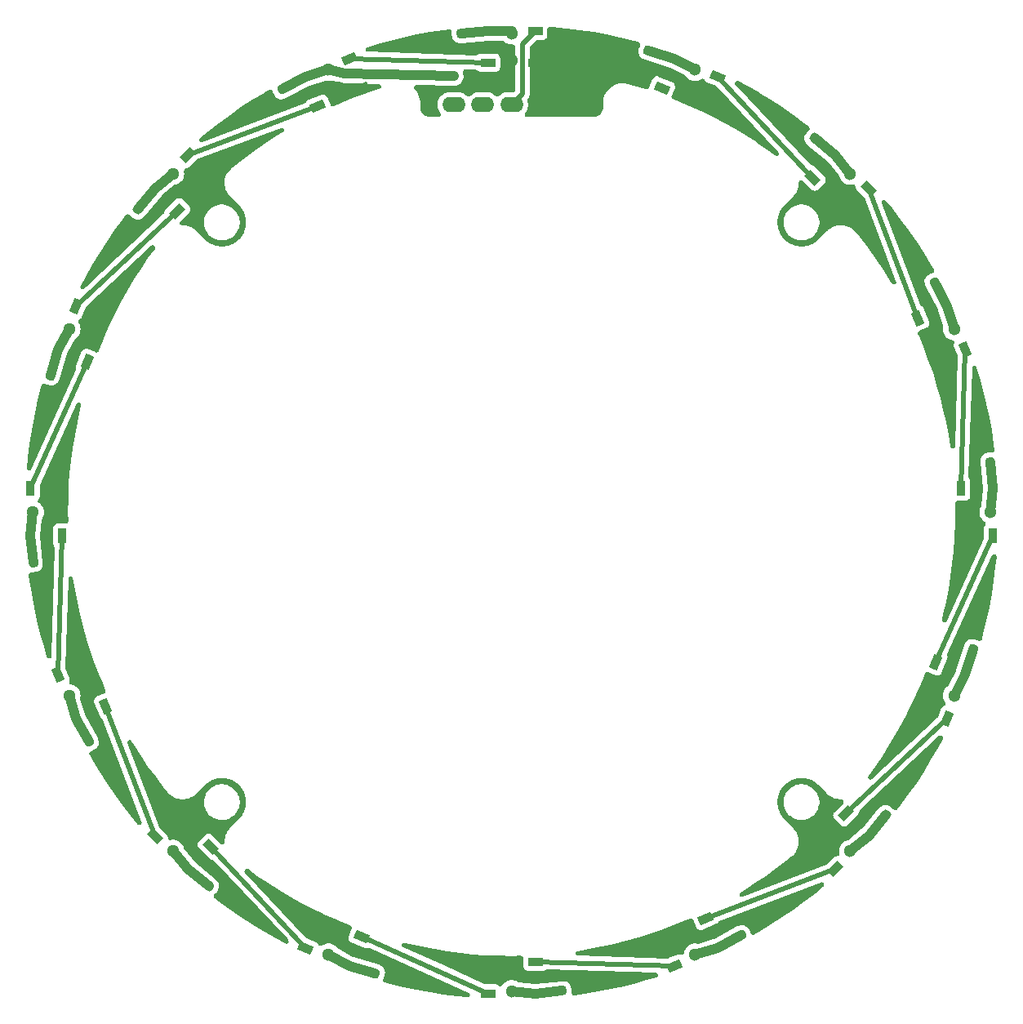
<source format=gbr>
%TF.GenerationSoftware,KiCad,Pcbnew,8.0.1*%
%TF.CreationDate,2024-08-08T22:21:18+09:00*%
%TF.ProjectId,NeoPixel-20240808,4e656f50-6978-4656-9c2d-323032343038,rev?*%
%TF.SameCoordinates,Original*%
%TF.FileFunction,Copper,L1,Top*%
%TF.FilePolarity,Positive*%
%FSLAX46Y46*%
G04 Gerber Fmt 4.6, Leading zero omitted, Abs format (unit mm)*
G04 Created by KiCad (PCBNEW 8.0.1) date 2024-08-08 22:21:18*
%MOMM*%
%LPD*%
G01*
G04 APERTURE LIST*
G04 Aperture macros list*
%AMRoundRect*
0 Rectangle with rounded corners*
0 $1 Rounding radius*
0 $2 $3 $4 $5 $6 $7 $8 $9 X,Y pos of 4 corners*
0 Add a 4 corners polygon primitive as box body*
4,1,4,$2,$3,$4,$5,$6,$7,$8,$9,$2,$3,0*
0 Add four circle primitives for the rounded corners*
1,1,$1+$1,$2,$3*
1,1,$1+$1,$4,$5*
1,1,$1+$1,$6,$7*
1,1,$1+$1,$8,$9*
0 Add four rect primitives between the rounded corners*
20,1,$1+$1,$2,$3,$4,$5,0*
20,1,$1+$1,$4,$5,$6,$7,0*
20,1,$1+$1,$6,$7,$8,$9,0*
20,1,$1+$1,$8,$9,$2,$3,0*%
%AMRotRect*
0 Rectangle, with rotation*
0 The origin of the aperture is its center*
0 $1 length*
0 $2 width*
0 $3 Rotation angle, in degrees counterclockwise*
0 Add horizontal line*
21,1,$1,$2,0,0,$3*%
G04 Aperture macros list end*
%TA.AperFunction,ComponentPad*%
%ADD10O,2.400000X1.600000*%
%TD*%
%TA.AperFunction,ComponentPad*%
%ADD11R,2.400000X1.600000*%
%TD*%
%TA.AperFunction,SMDPad,CuDef*%
%ADD12RotRect,1.500000X0.900000X337.500000*%
%TD*%
%TA.AperFunction,ComponentPad*%
%ADD13C,1.300000*%
%TD*%
%TA.AperFunction,SMDPad,CuDef*%
%ADD14RotRect,1.500000X0.900000X315.000000*%
%TD*%
%TA.AperFunction,SMDPad,CuDef*%
%ADD15RotRect,1.500000X0.900000X292.500000*%
%TD*%
%TA.AperFunction,SMDPad,CuDef*%
%ADD16R,0.900000X1.500000*%
%TD*%
%TA.AperFunction,SMDPad,CuDef*%
%ADD17RotRect,1.500000X0.900000X247.500000*%
%TD*%
%TA.AperFunction,SMDPad,CuDef*%
%ADD18RotRect,1.500000X0.900000X225.000000*%
%TD*%
%TA.AperFunction,SMDPad,CuDef*%
%ADD19RotRect,1.500000X0.900000X202.500000*%
%TD*%
%TA.AperFunction,SMDPad,CuDef*%
%ADD20R,1.500000X0.900000*%
%TD*%
%TA.AperFunction,SMDPad,CuDef*%
%ADD21RotRect,1.500000X0.900000X157.500000*%
%TD*%
%TA.AperFunction,SMDPad,CuDef*%
%ADD22RotRect,1.500000X0.900000X135.000000*%
%TD*%
%TA.AperFunction,SMDPad,CuDef*%
%ADD23RotRect,1.500000X0.900000X112.500000*%
%TD*%
%TA.AperFunction,SMDPad,CuDef*%
%ADD24RotRect,1.500000X0.900000X67.500000*%
%TD*%
%TA.AperFunction,SMDPad,CuDef*%
%ADD25RotRect,1.500000X0.900000X45.000000*%
%TD*%
%TA.AperFunction,SMDPad,CuDef*%
%ADD26RotRect,1.500000X0.900000X22.500000*%
%TD*%
%TA.AperFunction,SMDPad,CuDef*%
%ADD27RoundRect,0.225000X0.175801X-0.286738X0.303608X0.144731X-0.175801X0.286738X-0.303608X-0.144731X0*%
%TD*%
%TA.AperFunction,SMDPad,CuDef*%
%ADD28RoundRect,0.225000X0.052689X-0.332188X0.335884X0.017528X-0.052689X0.332188X-0.335884X-0.017528X0*%
%TD*%
%TA.AperFunction,SMDPad,CuDef*%
%ADD29RoundRect,0.225000X-0.078444X-0.327065X0.317024X-0.112344X0.078444X0.327065X-0.317024X0.112344X0*%
%TD*%
%TA.AperFunction,SMDPad,CuDef*%
%ADD30RoundRect,0.225000X-0.197635X-0.272149X0.249900X-0.225112X0.197635X0.272149X-0.249900X0.225112X0*%
%TD*%
%TA.AperFunction,SMDPad,CuDef*%
%ADD31RoundRect,0.225000X-0.286738X-0.175801X0.144731X-0.303608X0.286738X0.175801X-0.144731X0.303608X0*%
%TD*%
%TA.AperFunction,SMDPad,CuDef*%
%ADD32RoundRect,0.225000X-0.332188X-0.052689X0.017528X-0.335884X0.332188X0.052689X-0.017528X0.335884X0*%
%TD*%
%TA.AperFunction,SMDPad,CuDef*%
%ADD33RoundRect,0.225000X-0.327065X0.078444X-0.112344X-0.317024X0.327065X-0.078444X0.112344X0.317024X0*%
%TD*%
%TA.AperFunction,SMDPad,CuDef*%
%ADD34RoundRect,0.225000X-0.272149X0.197635X-0.225112X-0.249900X0.272149X-0.197635X0.225112X0.249900X0*%
%TD*%
%TA.AperFunction,SMDPad,CuDef*%
%ADD35RoundRect,0.225000X-0.175801X0.286738X-0.303608X-0.144731X0.175801X-0.286738X0.303608X0.144731X0*%
%TD*%
%TA.AperFunction,SMDPad,CuDef*%
%ADD36RoundRect,0.225000X-0.052689X0.332188X-0.335884X-0.017528X0.052689X-0.332188X0.335884X0.017528X0*%
%TD*%
%TA.AperFunction,SMDPad,CuDef*%
%ADD37RoundRect,0.225000X0.078444X0.327065X-0.317024X0.112344X-0.078444X-0.327065X0.317024X-0.112344X0*%
%TD*%
%TA.AperFunction,SMDPad,CuDef*%
%ADD38RoundRect,0.225000X0.197635X0.272149X-0.249900X0.225112X-0.197635X-0.272149X0.249900X-0.225112X0*%
%TD*%
%TA.AperFunction,SMDPad,CuDef*%
%ADD39RoundRect,0.225000X0.286738X0.175801X-0.144731X0.303608X-0.286738X-0.175801X0.144731X-0.303608X0*%
%TD*%
%TA.AperFunction,SMDPad,CuDef*%
%ADD40RoundRect,0.225000X0.332188X0.052689X-0.017528X0.335884X-0.332188X-0.052689X0.017528X-0.335884X0*%
%TD*%
%TA.AperFunction,SMDPad,CuDef*%
%ADD41RoundRect,0.225000X0.327065X-0.078444X0.112344X0.317024X-0.327065X0.078444X-0.112344X-0.317024X0*%
%TD*%
%TA.AperFunction,SMDPad,CuDef*%
%ADD42RoundRect,0.225000X0.272149X-0.197635X0.225112X0.249900X-0.272149X0.197635X-0.225112X-0.249900X0*%
%TD*%
%TA.AperFunction,ViaPad*%
%ADD43C,0.600000*%
%TD*%
%TA.AperFunction,Conductor*%
%ADD44C,1.000000*%
%TD*%
%TA.AperFunction,Conductor*%
%ADD45C,0.500000*%
%TD*%
G04 APERTURE END LIST*
D10*
%TO.P,J1,1,Pin_1*%
%TO.N,+5V*%
X-6000000Y42250000D03*
%TO.P,J1,2,Pin_2*%
X-3000000Y42250000D03*
%TO.P,J1,3,Pin_3*%
%TO.N,NeoPixel_PWM*%
X0Y42250000D03*
D11*
%TO.P,J1,4,Pin_4*%
%TO.N,GND*%
X3000000Y42250000D03*
%TO.P,J1,5,Pin_5*%
X6000000Y42250000D03*
%TD*%
D12*
%TO.P,D16,1,VDD*%
%TO.N,+5V*%
X16832398Y47039163D03*
D13*
X19000232Y45870618D03*
D12*
%TO.P,D16,2,DOUT*%
%TO.N,unconnected-(D16-DOUT-Pad2)*%
X15569542Y43990360D03*
D13*
%TO.P,D16,3,VSS*%
%TO.N,GND*%
X17928718Y43283756D03*
D12*
X20096552Y42115211D03*
%TO.P,D16,4,DIN*%
%TO.N,Net-(D15-DOUT)*%
X21359408Y45164014D03*
%TD*%
D14*
%TO.P,D15,1,VDD*%
%TO.N,+5V*%
X33552217Y37017040D03*
D13*
X35107851Y35107851D03*
D14*
%TO.P,D15,2,DOUT*%
%TO.N,Net-(D15-DOUT)*%
X31218764Y34683587D03*
D13*
%TO.P,D15,3,VSS*%
%TO.N,GND*%
X33127953Y33127953D03*
D14*
X34683587Y31218764D03*
%TO.P,D15,4,DIN*%
%TO.N,Net-(D14-DOUT)*%
X37017040Y33552217D03*
%TD*%
D15*
%TO.P,D14,1,VDD*%
%TO.N,+5V*%
X45164014Y21359408D03*
D13*
X45870618Y19000232D03*
D15*
%TO.P,D14,2,DOUT*%
%TO.N,Net-(D14-DOUT)*%
X42115211Y20096552D03*
D13*
%TO.P,D14,3,VSS*%
%TO.N,GND*%
X43283756Y17928718D03*
D15*
X43990360Y15569542D03*
%TO.P,D14,4,DIN*%
%TO.N,Net-(D13-DOUT)*%
X47039163Y16832398D03*
%TD*%
D16*
%TO.P,D13,1,VDD*%
%TO.N,+5V*%
X49900000Y2450000D03*
D13*
X49650000Y0D03*
D16*
%TO.P,D13,2,DOUT*%
%TO.N,Net-(D13-DOUT)*%
X46600000Y2450000D03*
D13*
%TO.P,D13,3,VSS*%
%TO.N,GND*%
X46850000Y0D03*
D16*
X46600000Y-2450000D03*
%TO.P,D13,4,DIN*%
%TO.N,Net-(D12-DOUT)*%
X49900000Y-2450000D03*
%TD*%
D17*
%TO.P,D12,1,VDD*%
%TO.N,+5V*%
X47039163Y-16832398D03*
D13*
X45870618Y-19000232D03*
D17*
%TO.P,D12,2,DOUT*%
%TO.N,Net-(D12-DOUT)*%
X43990360Y-15569542D03*
D13*
%TO.P,D12,3,VSS*%
%TO.N,GND*%
X43283756Y-17928718D03*
D17*
X42115211Y-20096552D03*
%TO.P,D12,4,DIN*%
%TO.N,Net-(D11-DOUT)*%
X45164014Y-21359408D03*
%TD*%
D18*
%TO.P,D11,1,VDD*%
%TO.N,+5V*%
X37017040Y-33552217D03*
D13*
X35107851Y-35107851D03*
D18*
%TO.P,D11,2,DOUT*%
%TO.N,Net-(D11-DOUT)*%
X34683587Y-31218764D03*
D13*
%TO.P,D11,3,VSS*%
%TO.N,GND*%
X33127953Y-33127953D03*
D18*
X31218764Y-34683587D03*
%TO.P,D11,4,DIN*%
%TO.N,Net-(D10-DOUT)*%
X33552217Y-37017040D03*
%TD*%
D19*
%TO.P,D10,1,VDD*%
%TO.N,+5V*%
X21359408Y-45164014D03*
D13*
X19000232Y-45870618D03*
D19*
%TO.P,D10,2,DOUT*%
%TO.N,Net-(D10-DOUT)*%
X20096552Y-42115211D03*
D13*
%TO.P,D10,3,VSS*%
%TO.N,GND*%
X17928718Y-43283756D03*
D19*
X15569542Y-43990360D03*
%TO.P,D10,4,DIN*%
%TO.N,Net-(D10-DIN)*%
X16832398Y-47039163D03*
%TD*%
D20*
%TO.P,D9,1,VDD*%
%TO.N,+5V*%
X2450000Y-49900000D03*
D13*
X0Y-49650000D03*
D20*
%TO.P,D9,2,DOUT*%
%TO.N,Net-(D10-DIN)*%
X2450000Y-46600000D03*
D13*
%TO.P,D9,3,VSS*%
%TO.N,GND*%
X0Y-46850000D03*
D20*
X-2450000Y-46600000D03*
%TO.P,D9,4,DIN*%
%TO.N,Net-(D8-DOUT)*%
X-2450000Y-49900000D03*
%TD*%
D21*
%TO.P,D8,1,VDD*%
%TO.N,+5V*%
X-16832398Y-47039163D03*
D13*
X-19000232Y-45870618D03*
D21*
%TO.P,D8,2,DOUT*%
%TO.N,Net-(D8-DOUT)*%
X-15569542Y-43990360D03*
D13*
%TO.P,D8,3,VSS*%
%TO.N,GND*%
X-17928718Y-43283756D03*
D21*
X-20096552Y-42115211D03*
%TO.P,D8,4,DIN*%
%TO.N,Net-(D7-DOUT)*%
X-21359408Y-45164014D03*
%TD*%
D22*
%TO.P,D7,1,VDD*%
%TO.N,+5V*%
X-33552217Y-37017040D03*
D13*
X-35107851Y-35107851D03*
D22*
%TO.P,D7,2,DOUT*%
%TO.N,Net-(D7-DOUT)*%
X-31218764Y-34683587D03*
D13*
%TO.P,D7,3,VSS*%
%TO.N,GND*%
X-33127953Y-33127953D03*
D22*
X-34683587Y-31218764D03*
%TO.P,D7,4,DIN*%
%TO.N,Net-(D6-DOUT)*%
X-37017040Y-33552217D03*
%TD*%
D23*
%TO.P,D6,1,VDD*%
%TO.N,+5V*%
X-45164014Y-21359408D03*
D13*
X-45870618Y-19000232D03*
D23*
%TO.P,D6,2,DOUT*%
%TO.N,Net-(D6-DOUT)*%
X-42115211Y-20096552D03*
D13*
%TO.P,D6,3,VSS*%
%TO.N,GND*%
X-43283756Y-17928718D03*
D23*
X-43990360Y-15569542D03*
%TO.P,D6,4,DIN*%
%TO.N,Net-(D5-DOUT)*%
X-47039163Y-16832398D03*
%TD*%
D16*
%TO.P,D5,1,VDD*%
%TO.N,+5V*%
X-49900000Y-2450000D03*
D13*
X-49650000Y0D03*
D16*
%TO.P,D5,2,DOUT*%
%TO.N,Net-(D5-DOUT)*%
X-46600000Y-2450000D03*
D13*
%TO.P,D5,3,VSS*%
%TO.N,GND*%
X-46850000Y0D03*
D16*
X-46600000Y2450000D03*
%TO.P,D5,4,DIN*%
%TO.N,Net-(D4-DOUT)*%
X-49900000Y2450000D03*
%TD*%
D24*
%TO.P,D4,1,VDD*%
%TO.N,+5V*%
X-47039163Y16832398D03*
D13*
X-45870618Y19000232D03*
D24*
%TO.P,D4,2,DOUT*%
%TO.N,Net-(D4-DOUT)*%
X-43990360Y15569542D03*
D13*
%TO.P,D4,3,VSS*%
%TO.N,GND*%
X-43283756Y17928718D03*
D24*
X-42115211Y20096552D03*
%TO.P,D4,4,DIN*%
%TO.N,Net-(D3-DOUT)*%
X-45164014Y21359408D03*
%TD*%
D25*
%TO.P,D3,1,VDD*%
%TO.N,+5V*%
X-37017040Y33552217D03*
D13*
X-35107851Y35107851D03*
D25*
%TO.P,D3,2,DOUT*%
%TO.N,Net-(D3-DOUT)*%
X-34683587Y31218764D03*
D13*
%TO.P,D3,3,VSS*%
%TO.N,GND*%
X-33127953Y33127953D03*
D25*
X-31218764Y34683587D03*
%TO.P,D3,4,DIN*%
%TO.N,Net-(D2-DOUT)*%
X-33552217Y37017040D03*
%TD*%
D26*
%TO.P,D2,1,VDD*%
%TO.N,+5V*%
X-21359408Y45164014D03*
D13*
X-19000232Y45870618D03*
D26*
%TO.P,D2,2,DOUT*%
%TO.N,Net-(D2-DOUT)*%
X-20096552Y42115211D03*
D13*
%TO.P,D2,3,VSS*%
%TO.N,GND*%
X-17928718Y43283756D03*
D26*
X-15569542Y43990360D03*
%TO.P,D2,4,DIN*%
%TO.N,Net-(D1-DOUT)*%
X-16832398Y47039163D03*
%TD*%
D20*
%TO.P,D1,1,VDD*%
%TO.N,+5V*%
X-2450000Y49900000D03*
D13*
X0Y49650000D03*
D20*
%TO.P,D1,2,DOUT*%
%TO.N,Net-(D1-DOUT)*%
X-2450000Y46600000D03*
D13*
%TO.P,D1,3,VSS*%
%TO.N,GND*%
X0Y46850000D03*
D20*
X2450000Y46600000D03*
%TO.P,D1,4,DIN*%
%TO.N,NeoPixel_PWM*%
X2450000Y49900000D03*
%TD*%
D27*
%TO.P,C16,1*%
%TO.N,GND*%
X13732143Y46358935D03*
%TO.P,C16,2*%
%TO.N,+5V*%
X14172367Y47845105D03*
%TD*%
D28*
%TO.P,C15,1*%
%TO.N,GND*%
X30427642Y37575006D03*
%TO.P,C15,2*%
%TO.N,+5V*%
X31403088Y38779582D03*
%TD*%
D29*
%TO.P,C14,1*%
%TO.N,GND*%
X42490807Y23070627D03*
%TO.P,C14,2*%
%TO.N,+5V*%
X43852973Y23810223D03*
%TD*%
D30*
%TO.P,C13,1*%
%TO.N,GND*%
X48085135Y5053950D03*
%TO.P,C13,2*%
%TO.N,+5V*%
X49626643Y5215970D03*
%TD*%
D31*
%TO.P,C12,1*%
%TO.N,GND*%
X46358935Y-13732143D03*
%TO.P,C12,2*%
%TO.N,+5V*%
X47845105Y-14172367D03*
%TD*%
D32*
%TO.P,C11,1*%
%TO.N,GND*%
X37575006Y-30427642D03*
%TO.P,C11,2*%
%TO.N,+5V*%
X38779582Y-31403088D03*
%TD*%
D33*
%TO.P,C10,1*%
%TO.N,GND*%
X23070627Y-42490807D03*
%TO.P,C10,2*%
%TO.N,+5V*%
X23810223Y-43852973D03*
%TD*%
D34*
%TO.P,C9,1*%
%TO.N,GND*%
X5053950Y-48085135D03*
%TO.P,C9,2*%
%TO.N,+5V*%
X5215970Y-49626643D03*
%TD*%
D35*
%TO.P,C8,1*%
%TO.N,GND*%
X-13732143Y-46358935D03*
%TO.P,C8,2*%
%TO.N,+5V*%
X-14172367Y-47845105D03*
%TD*%
D36*
%TO.P,C7,1*%
%TO.N,GND*%
X-30427642Y-37575006D03*
%TO.P,C7,2*%
%TO.N,+5V*%
X-31403088Y-38779582D03*
%TD*%
D37*
%TO.P,C6,1*%
%TO.N,GND*%
X-42490807Y-23070627D03*
%TO.P,C6,2*%
%TO.N,+5V*%
X-43852973Y-23810223D03*
%TD*%
D38*
%TO.P,C5,1*%
%TO.N,GND*%
X-48085135Y-5053950D03*
%TO.P,C5,2*%
%TO.N,+5V*%
X-49626643Y-5215970D03*
%TD*%
D39*
%TO.P,C4,1*%
%TO.N,GND*%
X-46358935Y13732143D03*
%TO.P,C4,2*%
%TO.N,+5V*%
X-47845105Y14172367D03*
%TD*%
D40*
%TO.P,C3,1*%
%TO.N,GND*%
X-37575006Y30427642D03*
%TO.P,C3,2*%
%TO.N,+5V*%
X-38779582Y31403088D03*
%TD*%
D41*
%TO.P,C2,1*%
%TO.N,GND*%
X-23070627Y42490807D03*
%TO.P,C2,2*%
%TO.N,+5V*%
X-23810223Y43852973D03*
%TD*%
D42*
%TO.P,C1,1*%
%TO.N,GND*%
X-5053950Y48085135D03*
%TO.P,C1,2*%
%TO.N,+5V*%
X-5215970Y49626643D03*
%TD*%
D43*
%TO.N,+5V*%
X-6000000Y45200000D03*
%TD*%
D44*
%TO.N,+5V*%
X19000232Y45870618D02*
X16832398Y47039163D01*
X35107851Y35107851D02*
X33552217Y37017040D01*
X45164014Y21359408D02*
X45870618Y19000232D01*
X49650000Y0D02*
X49900000Y2450000D01*
X45870618Y-19000232D02*
X47039163Y-16832398D01*
X35107851Y-35107851D02*
X37017040Y-33552217D01*
X21359408Y-45164014D02*
X19000232Y-45870618D01*
X0Y-49650000D02*
X2450000Y-49900000D01*
X-19000232Y-45870618D02*
X-16832398Y-47039163D01*
X-35107851Y-35107851D02*
X-33552217Y-37017040D01*
X-45870618Y-19000232D02*
X-45164014Y-21359408D01*
X-49900000Y-2450000D02*
X-49650000Y0D01*
X-47039163Y16832398D02*
X-45870618Y19000232D01*
X-37017040Y33552217D02*
X-35107851Y35107851D01*
X-17300000Y45500000D02*
X-6000000Y45200000D01*
X-19000232Y45870618D02*
X-17300000Y45500000D01*
X-21359408Y45164014D02*
X-19000232Y45870618D01*
X-2450000Y49900000D02*
X0Y49900000D01*
D45*
%TO.N,NeoPixel_PWM*%
X1100000Y43350000D02*
X0Y42250000D01*
X1100000Y48550000D02*
X1100000Y43350000D01*
X2450000Y49900000D02*
X1100000Y48550000D01*
D44*
%TO.N,+5V*%
X16832398Y47039163D02*
X14172368Y47845106D01*
X33552217Y37017040D02*
X31403089Y38779582D01*
X45164014Y21359408D02*
X43852974Y23810224D01*
X49900000Y2450000D02*
X49626642Y5215971D01*
X47039163Y-16832398D02*
X47845106Y-14172368D01*
X37017040Y-33552217D02*
X38779582Y-31403089D01*
X21359408Y-45164014D02*
X23810224Y-43852974D01*
X2450000Y-49900000D02*
X5215971Y-49626642D01*
X-16832398Y-47039163D02*
X-14172368Y-47845106D01*
X-33552217Y-37017040D02*
X-31403089Y-38779582D01*
X-45164014Y-21359408D02*
X-43852974Y-23810224D01*
X-49900000Y-2450000D02*
X-49626642Y-5215971D01*
X-47039163Y16832398D02*
X-47845106Y14172368D01*
X-38779582Y31403089D02*
X-37017040Y33552217D01*
X-23810224Y43852974D02*
X-21359408Y45164014D01*
X-5215971Y49626642D02*
X-2450000Y49900000D01*
D45*
%TO.N,Net-(D15-DOUT)*%
X31218764Y34683587D02*
X21359408Y45164014D01*
%TO.N,Net-(D14-DOUT)*%
X42115211Y20096552D02*
X37017040Y33552217D01*
%TO.N,Net-(D13-DOUT)*%
X46600000Y2450000D02*
X47039163Y16832398D01*
%TO.N,Net-(D12-DOUT)*%
X43990360Y-15569542D02*
X49900000Y-2450000D01*
%TO.N,Net-(D11-DOUT)*%
X34683587Y-31218764D02*
X45164014Y-21359408D01*
%TO.N,Net-(D10-DOUT)*%
X20096552Y-42115211D02*
X33552217Y-37017040D01*
%TO.N,Net-(D10-DIN)*%
X2450000Y-46600000D02*
X16832398Y-47039163D01*
%TO.N,Net-(D8-DOUT)*%
X-15569542Y-43990360D02*
X-2450000Y-49900000D01*
%TO.N,Net-(D7-DOUT)*%
X-31218764Y-34683587D02*
X-21359408Y-45164014D01*
%TO.N,Net-(D6-DOUT)*%
X-42115211Y-20096552D02*
X-37017040Y-33552217D01*
%TO.N,Net-(D5-DOUT)*%
X-46600000Y-2450000D02*
X-47039163Y-16832398D01*
%TO.N,Net-(D4-DOUT)*%
X-43990360Y15569542D02*
X-49900000Y2450000D01*
%TO.N,Net-(D3-DOUT)*%
X-34683587Y31218764D02*
X-45164014Y21359408D01*
%TO.N,Net-(D2-DOUT)*%
X-20096552Y42115211D02*
X-33552217Y37017040D01*
%TO.N,Net-(D1-DOUT)*%
X-2450000Y46600000D02*
X-16832398Y47039163D01*
%TD*%
%TA.AperFunction,Conductor*%
%TO.N,GND*%
G36*
X-27363375Y-36987393D02*
G01*
X-27319989Y-37012466D01*
X-26366003Y-37700497D01*
X-25259389Y-38450707D01*
X-24131444Y-39168444D01*
X-22983119Y-39853103D01*
X-21815384Y-40504106D01*
X-21815372Y-40504112D01*
X-20629231Y-41120901D01*
X-19678985Y-41580454D01*
X-19425647Y-41702972D01*
X-18205662Y-42249822D01*
X-18205653Y-42249825D01*
X-18205639Y-42249832D01*
X-17817649Y-42410375D01*
X-16970302Y-42760992D01*
X-16729250Y-42852625D01*
X-16646919Y-42904199D01*
X-16590589Y-42983357D01*
X-16568839Y-43078046D01*
X-16584980Y-43173851D01*
X-16587670Y-43180625D01*
X-16645699Y-43320719D01*
X-16915377Y-43971780D01*
X-16915380Y-43971789D01*
X-16932272Y-44029315D01*
X-16933948Y-44076254D01*
X-16937409Y-44173144D01*
X-16901816Y-44312596D01*
X-16828377Y-44436371D01*
X-16723041Y-44534442D01*
X-16670421Y-44563175D01*
X-15196145Y-45173839D01*
X-15138619Y-45190731D01*
X-15009671Y-45195336D01*
X-14994792Y-45195868D01*
X-14994791Y-45195867D01*
X-14994789Y-45195868D01*
X-14994786Y-45195867D01*
X-14994783Y-45195867D01*
X-14904209Y-45172749D01*
X-14807194Y-45167548D01*
X-14740368Y-45186981D01*
X-4475491Y-49810750D01*
X-4396397Y-49867166D01*
X-4344911Y-49949557D01*
X-4328874Y-50045380D01*
X-4350727Y-50140045D01*
X-4407144Y-50219141D01*
X-4489535Y-50270627D01*
X-4585358Y-50286664D01*
X-4602164Y-50285581D01*
X-5650671Y-50182312D01*
X-5657612Y-50181530D01*
X-7055869Y-50004092D01*
X-7062784Y-50003116D01*
X-8455530Y-49786529D01*
X-8462416Y-49785359D01*
X-9848544Y-49529796D01*
X-9855394Y-49528433D01*
X-11233776Y-49234102D01*
X-11240585Y-49232548D01*
X-12610175Y-48899673D01*
X-12616938Y-48897928D01*
X-13162243Y-48749077D01*
X-13249177Y-48705700D01*
X-13312893Y-48632356D01*
X-13343692Y-48540212D01*
X-13336884Y-48443296D01*
X-13326998Y-48414253D01*
X-13314671Y-48384245D01*
X-13314670Y-48384242D01*
X-13307672Y-48360620D01*
X-13288567Y-48314048D01*
X-13243429Y-48229532D01*
X-13243426Y-48229525D01*
X-13186279Y-48040909D01*
X-13175369Y-47929768D01*
X-13166308Y-47883380D01*
X-13159405Y-47860074D01*
X-13140917Y-47761924D01*
X-13146342Y-47592409D01*
X-13190713Y-47428720D01*
X-13271640Y-47279670D01*
X-13384752Y-47153310D01*
X-13523965Y-47056433D01*
X-13523971Y-47056430D01*
X-13554255Y-47043989D01*
X-13603230Y-47014747D01*
X-13603935Y-47015803D01*
X-13614112Y-47009008D01*
X-13787949Y-46916164D01*
X-16422182Y-46118036D01*
X-16468129Y-46098919D01*
X-17968531Y-45290145D01*
X-18043416Y-45228246D01*
X-18049086Y-45221019D01*
X-18146359Y-45092212D01*
X-18280372Y-44970042D01*
X-18303930Y-44948566D01*
X-18303931Y-44948565D01*
X-18303937Y-44948560D01*
X-18485209Y-44836322D01*
X-18485212Y-44836320D01*
X-18625359Y-44782027D01*
X-18684034Y-44759297D01*
X-18684034Y-44759296D01*
X-18684037Y-44759296D01*
X-18893619Y-44720118D01*
X-18893622Y-44720118D01*
X-19106842Y-44720118D01*
X-19106845Y-44720118D01*
X-19316426Y-44759296D01*
X-19316427Y-44759296D01*
X-19316430Y-44759297D01*
X-19515251Y-44836320D01*
X-19515254Y-44836321D01*
X-19676231Y-44935994D01*
X-19767224Y-44970042D01*
X-19864321Y-44966676D01*
X-19952739Y-44926409D01*
X-20019016Y-44855371D01*
X-20021455Y-44851348D01*
X-20100573Y-44718002D01*
X-20205908Y-44619932D01*
X-20258528Y-44591199D01*
X-21207495Y-44198124D01*
X-21288277Y-44144148D01*
X-21293568Y-44138692D01*
X-27647001Y-37385038D01*
X-27698487Y-37302647D01*
X-27714524Y-37206824D01*
X-27692671Y-37112159D01*
X-27636254Y-37033063D01*
X-27553863Y-36981577D01*
X-27458040Y-36965540D01*
X-27363375Y-36987393D01*
G37*
%TD.AperFunction*%
%TA.AperFunction,Conductor*%
G36*
X-11085361Y-44645152D02*
G01*
X-10599799Y-44767598D01*
X-9294491Y-45056698D01*
X-7981333Y-45307747D01*
X-6661435Y-45520533D01*
X-5335911Y-45694876D01*
X-4005882Y-45830629D01*
X-2736177Y-45923040D01*
X-2672456Y-45927678D01*
X-1336824Y-45985938D01*
X-1336820Y-45985938D01*
X-1336799Y-45985939D01*
X0Y-46005365D01*
X946887Y-45991605D01*
X1042435Y-46009172D01*
X1123993Y-46061969D01*
X1179137Y-46141957D01*
X1199474Y-46236960D01*
X1199500Y-46240578D01*
X1199500Y-47097865D01*
X1199501Y-47097869D01*
X1205908Y-47157480D01*
X1205909Y-47157484D01*
X1251483Y-47279673D01*
X1256204Y-47292331D01*
X1342454Y-47407546D01*
X1457669Y-47493796D01*
X1592517Y-47544091D01*
X1652127Y-47550500D01*
X3247872Y-47550499D01*
X3307483Y-47544091D01*
X3442331Y-47493796D01*
X3517169Y-47437771D01*
X3604808Y-47395842D01*
X3673986Y-47388223D01*
X14926936Y-47731829D01*
X15021597Y-47753681D01*
X15100693Y-47810098D01*
X15152179Y-47892489D01*
X15168216Y-47988312D01*
X15146363Y-48082977D01*
X15089946Y-48162073D01*
X15007555Y-48213559D01*
X14991613Y-48218990D01*
X13983416Y-48524824D01*
X13976705Y-48526758D01*
X12616938Y-48897929D01*
X12610175Y-48899673D01*
X11240585Y-49232548D01*
X11233776Y-49234102D01*
X9855394Y-49528433D01*
X9848544Y-49529796D01*
X8462416Y-49785359D01*
X8455530Y-49786529D01*
X7062784Y-50003116D01*
X7055869Y-50004092D01*
X6495138Y-50075249D01*
X6398222Y-50068442D01*
X6311288Y-50025064D01*
X6247571Y-49951721D01*
X6216772Y-49859577D01*
X6214792Y-49828956D01*
X6214739Y-49810749D01*
X6214698Y-49796523D01*
X6212122Y-49772026D01*
X6211950Y-49721680D01*
X6221312Y-49626306D01*
X6201929Y-49430180D01*
X6169472Y-49323312D01*
X6160092Y-49276986D01*
X6157553Y-49252829D01*
X6137072Y-49155070D01*
X6067190Y-49000539D01*
X5963555Y-48866290D01*
X5831752Y-48759558D01*
X5678889Y-48686099D01*
X5678887Y-48686098D01*
X5602380Y-48669371D01*
X5513206Y-48649874D01*
X5513203Y-48649874D01*
X5508973Y-48649886D01*
X5480468Y-48649968D01*
X5424026Y-48641688D01*
X5423779Y-48642936D01*
X5411779Y-48640553D01*
X5215635Y-48621300D01*
X2476484Y-48892008D01*
X2426718Y-48891929D01*
X729000Y-48718692D01*
X636128Y-48690163D01*
X623196Y-48682682D01*
X515022Y-48615703D01*
X515019Y-48615702D01*
X316198Y-48538679D01*
X316195Y-48538678D01*
X316194Y-48538678D01*
X106613Y-48499500D01*
X106610Y-48499500D01*
X-106610Y-48499500D01*
X-106613Y-48499500D01*
X-316194Y-48538678D01*
X-316195Y-48538678D01*
X-316198Y-48538679D01*
X-515019Y-48615702D01*
X-515020Y-48615703D01*
X-515022Y-48615704D01*
X-696294Y-48727942D01*
X-696297Y-48727945D01*
X-696302Y-48727948D01*
X-853872Y-48871593D01*
X-982366Y-49041745D01*
X-982368Y-49041749D01*
X-987448Y-49048476D01*
X-1059998Y-49113095D01*
X-1151754Y-49145031D01*
X-1248747Y-49139423D01*
X-1335375Y-49097753D01*
X-1457667Y-49006205D01*
X-1457668Y-49006204D01*
X-1457669Y-49006204D01*
X-1496549Y-48991702D01*
X-1592518Y-48955908D01*
X-1652123Y-48949500D01*
X-1652127Y-48949500D01*
X-2679281Y-48949500D01*
X-2774569Y-48930546D01*
X-2781546Y-48927531D01*
X-2852960Y-48895363D01*
X-7040713Y-47009008D01*
X-11248506Y-45113626D01*
X-11327602Y-45057209D01*
X-11379088Y-44974818D01*
X-11395125Y-44878995D01*
X-11373272Y-44784330D01*
X-11316855Y-44705234D01*
X-11234464Y-44653748D01*
X-11138641Y-44637711D01*
X-11085361Y-44645152D01*
G37*
%TD.AperFunction*%
%TA.AperFunction,Conductor*%
G36*
X32247352Y-38391987D02*
G01*
X32326448Y-38448404D01*
X32377934Y-38530795D01*
X32393971Y-38626618D01*
X32372118Y-38721283D01*
X32315701Y-38800379D01*
X32303051Y-38811497D01*
X31488601Y-39479900D01*
X31483140Y-39484255D01*
X30368986Y-40347480D01*
X30363406Y-40351680D01*
X29225418Y-41183364D01*
X29219722Y-41187405D01*
X28058917Y-41986804D01*
X28053110Y-41990685D01*
X26870284Y-42757249D01*
X26864370Y-42760964D01*
X25660514Y-43494051D01*
X25654498Y-43497600D01*
X25163694Y-43777914D01*
X25071550Y-43808713D01*
X24974634Y-43801906D01*
X24887700Y-43758528D01*
X24823984Y-43685184D01*
X24810436Y-43657651D01*
X24797938Y-43627725D01*
X24786184Y-43606078D01*
X24766759Y-43559633D01*
X24738910Y-43467937D01*
X24645948Y-43294157D01*
X24638531Y-43285126D01*
X24575074Y-43207856D01*
X24548674Y-43168639D01*
X24537081Y-43147288D01*
X24480750Y-43064810D01*
X24480749Y-43064809D01*
X24480747Y-43064806D01*
X24357049Y-42948781D01*
X24357048Y-42948780D01*
X24209925Y-42864409D01*
X24047312Y-42816240D01*
X23895727Y-42807854D01*
X23877974Y-42806872D01*
X23877973Y-42806872D01*
X23877972Y-42806872D01*
X23711045Y-42836806D01*
X23711044Y-42836806D01*
X23693045Y-42844322D01*
X23680817Y-42849429D01*
X23625504Y-42863380D01*
X23625753Y-42864627D01*
X23613760Y-42867016D01*
X23425186Y-42924288D01*
X20998137Y-44222613D01*
X20952129Y-44241585D01*
X19317128Y-44731290D01*
X19220408Y-44740473D01*
X19199931Y-44737519D01*
X19106845Y-44720118D01*
X19106842Y-44720118D01*
X18893622Y-44720118D01*
X18893619Y-44720118D01*
X18684037Y-44759296D01*
X18684034Y-44759296D01*
X18684034Y-44759297D01*
X18625359Y-44782027D01*
X18485212Y-44836320D01*
X18485209Y-44836322D01*
X18303937Y-44948560D01*
X18303931Y-44948565D01*
X18303930Y-44948566D01*
X18280372Y-44970042D01*
X18146361Y-45092210D01*
X18017863Y-45262366D01*
X17922827Y-45453229D01*
X17922823Y-45453238D01*
X17864476Y-45658303D01*
X17862360Y-45669627D01*
X17860192Y-45669221D01*
X17837279Y-45746349D01*
X17776077Y-45821804D01*
X17690658Y-45868094D01*
X17594028Y-45878172D01*
X17555431Y-45871500D01*
X17407158Y-45833656D01*
X17407147Y-45833654D01*
X17263322Y-45838791D01*
X17263321Y-45838792D01*
X17205795Y-45855683D01*
X17205794Y-45855683D01*
X16256827Y-46248758D01*
X16161539Y-46267712D01*
X16153939Y-46267596D01*
X6883922Y-45984538D01*
X6789257Y-45962685D01*
X6710161Y-45906268D01*
X6658675Y-45823877D01*
X6642638Y-45728054D01*
X6664491Y-45633389D01*
X6720908Y-45554293D01*
X6803299Y-45502807D01*
X6851885Y-45489829D01*
X7981333Y-45307747D01*
X9294491Y-45056698D01*
X10599799Y-44767598D01*
X11896155Y-44440692D01*
X13182466Y-44076254D01*
X14457643Y-43674594D01*
X15720611Y-43236050D01*
X16970302Y-42760992D01*
X18205662Y-42249822D01*
X18205660Y-42249822D01*
X18205667Y-42249820D01*
X18472067Y-42130408D01*
X18566772Y-42108728D01*
X18662565Y-42124940D01*
X18744861Y-42176576D01*
X18801133Y-42255776D01*
X18803960Y-42262333D01*
X19131769Y-43053730D01*
X19137817Y-43064805D01*
X19160502Y-43106352D01*
X19258572Y-43211687D01*
X19258573Y-43211688D01*
X19382343Y-43285124D01*
X19382347Y-43285126D01*
X19521793Y-43320718D01*
X19521796Y-43320718D01*
X19521799Y-43320719D01*
X19521801Y-43320718D01*
X19521802Y-43320719D01*
X19608097Y-43317636D01*
X19665629Y-43315582D01*
X19723154Y-43298691D01*
X21197430Y-42688025D01*
X21250051Y-42659293D01*
X21355387Y-42561222D01*
X21403089Y-42480822D01*
X21468011Y-42408547D01*
X21529004Y-42375036D01*
X32056869Y-38386170D01*
X32152687Y-38370134D01*
X32247352Y-38391987D01*
G37*
%TD.AperFunction*%
%TA.AperFunction,Conductor*%
G36*
X-39518658Y-23631728D02*
G01*
X-39439562Y-23688145D01*
X-39407056Y-23731238D01*
X-39168444Y-24131444D01*
X-38450707Y-25259389D01*
X-37700497Y-26366003D01*
X-36918449Y-27450350D01*
X-36105223Y-28511515D01*
X-35737702Y-28963252D01*
X-35737680Y-28963286D01*
X-35724933Y-28978953D01*
X-35683348Y-29030065D01*
X-35682132Y-29031557D01*
X-35682054Y-29031704D01*
X-35682030Y-29031685D01*
X-35631065Y-29094331D01*
X-35630836Y-29094574D01*
X-35601963Y-29130046D01*
X-35414918Y-29307509D01*
X-35206642Y-29459496D01*
X-34980580Y-29583493D01*
X-34740474Y-29677449D01*
X-34490293Y-29739810D01*
X-34234178Y-29769544D01*
X-33976365Y-29766160D01*
X-33721119Y-29729712D01*
X-33472662Y-29660805D01*
X-33235105Y-29560578D01*
X-33012377Y-29430689D01*
X-32932859Y-29369399D01*
X-32808163Y-29273288D01*
X-32775229Y-29240371D01*
X-32774978Y-29240151D01*
X-32705333Y-29170506D01*
X-32705331Y-29170504D01*
X-32670385Y-29135561D01*
X-32660419Y-29125596D01*
X-32660385Y-29125558D01*
X-31824773Y-28289946D01*
X-31813829Y-28279644D01*
X-31604796Y-28094458D01*
X-31581129Y-28075917D01*
X-31552301Y-28056019D01*
X-31357522Y-27921573D01*
X-31331790Y-27906017D01*
X-31192202Y-27832755D01*
X-31091194Y-27779743D01*
X-31063784Y-27767407D01*
X-30809721Y-27671054D01*
X-30781034Y-27662114D01*
X-30517189Y-27597083D01*
X-30487651Y-27591670D01*
X-30217893Y-27558916D01*
X-30187895Y-27557102D01*
X-29916178Y-27557102D01*
X-29886179Y-27558916D01*
X-29616419Y-27591671D01*
X-29586873Y-27597086D01*
X-29323043Y-27662115D01*
X-29294353Y-27671055D01*
X-29040278Y-27767413D01*
X-29012881Y-27779743D01*
X-28772274Y-27906024D01*
X-28746571Y-27921562D01*
X-28522933Y-28075928D01*
X-28499283Y-28094456D01*
X-28295886Y-28274650D01*
X-28274642Y-28295894D01*
X-28094448Y-28499291D01*
X-28075920Y-28522941D01*
X-27921554Y-28746579D01*
X-27906016Y-28772282D01*
X-27779735Y-29012889D01*
X-27767405Y-29040286D01*
X-27671047Y-29294361D01*
X-27662107Y-29323051D01*
X-27597078Y-29586881D01*
X-27591663Y-29616427D01*
X-27558908Y-29886188D01*
X-27557094Y-29916185D01*
X-27557094Y-30187903D01*
X-27558908Y-30217901D01*
X-27591662Y-30487659D01*
X-27597075Y-30517197D01*
X-27662106Y-30781042D01*
X-27671046Y-30809729D01*
X-27767399Y-31063792D01*
X-27779735Y-31091202D01*
X-27802846Y-31135237D01*
X-27906009Y-31331798D01*
X-27921565Y-31357530D01*
X-27982840Y-31446303D01*
X-28070535Y-31573352D01*
X-28075909Y-31581137D01*
X-28094450Y-31604804D01*
X-28223925Y-31750952D01*
X-28279507Y-31813691D01*
X-28289817Y-31824643D01*
X-29240458Y-32775285D01*
X-29240621Y-32775471D01*
X-29273265Y-32808128D01*
X-29273277Y-32808141D01*
X-29430687Y-33012337D01*
X-29430688Y-33012340D01*
X-29430691Y-33012343D01*
X-29560598Y-33235073D01*
X-29660840Y-33472636D01*
X-29729758Y-33721101D01*
X-29766212Y-33976357D01*
X-29769035Y-34191263D01*
X-29789238Y-34286289D01*
X-29844271Y-34366355D01*
X-29925754Y-34419266D01*
X-30021283Y-34436967D01*
X-30116314Y-34416763D01*
X-30194082Y-34364058D01*
X-31110839Y-33447302D01*
X-31110849Y-33447293D01*
X-31157517Y-33409685D01*
X-31157521Y-33409683D01*
X-31288438Y-33349894D01*
X-31430896Y-33329412D01*
X-31573353Y-33349894D01*
X-31704269Y-33409682D01*
X-31750952Y-33447301D01*
X-31750956Y-33447305D01*
X-31750957Y-33447306D01*
X-32455048Y-34151398D01*
X-32455057Y-34151408D01*
X-32492665Y-34198076D01*
X-32492666Y-34198078D01*
X-32492669Y-34198082D01*
X-32552457Y-34328998D01*
X-32572939Y-34471455D01*
X-32552457Y-34613912D01*
X-32492669Y-34744828D01*
X-32455050Y-34791511D01*
X-31326688Y-35919872D01*
X-31280005Y-35957492D01*
X-31149089Y-36017280D01*
X-31056552Y-36030584D01*
X-30964936Y-36062905D01*
X-30910636Y-36106430D01*
X-23298250Y-44198345D01*
X-23196565Y-44306435D01*
X-23145079Y-44388826D01*
X-23129042Y-44484649D01*
X-23150895Y-44579314D01*
X-23207312Y-44658410D01*
X-23289703Y-44709896D01*
X-23385526Y-44725933D01*
X-23480191Y-44704080D01*
X-23495304Y-44696647D01*
X-24424467Y-44199999D01*
X-24430580Y-44196621D01*
X-25654514Y-43497591D01*
X-25660529Y-43494042D01*
X-26864370Y-42760964D01*
X-26870284Y-42757249D01*
X-28053110Y-41990685D01*
X-28058917Y-41986804D01*
X-29219722Y-41187405D01*
X-29225418Y-41183364D01*
X-30363388Y-40351693D01*
X-30368969Y-40347493D01*
X-30815792Y-40001302D01*
X-30879508Y-39927958D01*
X-30910307Y-39835814D01*
X-30903500Y-39738898D01*
X-30860122Y-39651964D01*
X-30839871Y-39628913D01*
X-30817004Y-39605913D01*
X-30816999Y-39605907D01*
X-30816997Y-39605905D01*
X-30816996Y-39605905D01*
X-30801497Y-39586764D01*
X-30766014Y-39551037D01*
X-30691976Y-39490235D01*
X-30691964Y-39490223D01*
X-30566990Y-39337837D01*
X-30566989Y-39337836D01*
X-30514385Y-39239339D01*
X-30488255Y-39199940D01*
X-30472962Y-39181055D01*
X-30418319Y-39097448D01*
X-30418318Y-39097447D01*
X-30358462Y-38938764D01*
X-30336815Y-38770553D01*
X-30336815Y-38770551D01*
X-30354543Y-38601881D01*
X-30410689Y-38441851D01*
X-30410692Y-38441845D01*
X-30502229Y-38299078D01*
X-30502232Y-38299075D01*
X-30525452Y-38275990D01*
X-30559511Y-38230227D01*
X-30560567Y-38230933D01*
X-30567370Y-38220759D01*
X-30692433Y-38068471D01*
X-30692446Y-38068458D01*
X-32820728Y-36323010D01*
X-32855861Y-36287765D01*
X-33929926Y-34969596D01*
X-33975424Y-34883752D01*
X-33976387Y-34880453D01*
X-34030443Y-34690469D01*
X-34030446Y-34690462D01*
X-34125482Y-34499599D01*
X-34226105Y-34366355D01*
X-34253979Y-34329444D01*
X-34411549Y-34185799D01*
X-34411550Y-34185798D01*
X-34411556Y-34185793D01*
X-34592828Y-34073555D01*
X-34592831Y-34073553D01*
X-34791656Y-33996529D01*
X-35001238Y-33957351D01*
X-35001241Y-33957351D01*
X-35214461Y-33957351D01*
X-35214466Y-33957351D01*
X-35368843Y-33986209D01*
X-35465991Y-33985087D01*
X-35555315Y-33946873D01*
X-35623216Y-33877385D01*
X-35659356Y-33787202D01*
X-35661061Y-33776887D01*
X-35683345Y-33621897D01*
X-35683347Y-33621891D01*
X-35743135Y-33490977D01*
X-35743135Y-33490976D01*
X-35780754Y-33444293D01*
X-35780754Y-33444292D01*
X-35780759Y-33444287D01*
X-36507061Y-32717984D01*
X-36561037Y-32637203D01*
X-36563838Y-32630138D01*
X-37494691Y-30173326D01*
X-31902539Y-30173326D01*
X-31870877Y-30413827D01*
X-31808093Y-30648138D01*
X-31746990Y-30795654D01*
X-31738150Y-30816997D01*
X-31715263Y-30872250D01*
X-31593975Y-31082327D01*
X-31446304Y-31274776D01*
X-31274777Y-31446303D01*
X-31082328Y-31593974D01*
X-30872251Y-31715262D01*
X-30872245Y-31715264D01*
X-30872240Y-31715267D01*
X-30799805Y-31745269D01*
X-30648139Y-31808092D01*
X-30648123Y-31808096D01*
X-30648121Y-31808097D01*
X-30575314Y-31827605D01*
X-30413828Y-31870876D01*
X-30173327Y-31902538D01*
X-29930751Y-31902538D01*
X-29690250Y-31870876D01*
X-29639060Y-31857159D01*
X-29455956Y-31808097D01*
X-29455950Y-31808095D01*
X-29455939Y-31808092D01*
X-29371897Y-31773280D01*
X-29231837Y-31715267D01*
X-29231821Y-31715259D01*
X-29021759Y-31593979D01*
X-29021750Y-31593974D01*
X-28870315Y-31477774D01*
X-28829307Y-31446308D01*
X-28829297Y-31446299D01*
X-28657777Y-31274779D01*
X-28657768Y-31274769D01*
X-28510103Y-31082327D01*
X-28510097Y-31082317D01*
X-28388817Y-30872255D01*
X-28388809Y-30872239D01*
X-28295987Y-30648143D01*
X-28295979Y-30648120D01*
X-28233202Y-30413833D01*
X-28233201Y-30413828D01*
X-28207409Y-30217916D01*
X-28201539Y-30173326D01*
X-28201539Y-29930750D01*
X-28220169Y-29789238D01*
X-28233201Y-29690247D01*
X-28233202Y-29690242D01*
X-28295979Y-29455955D01*
X-28295987Y-29455932D01*
X-28388809Y-29231836D01*
X-28388817Y-29231820D01*
X-28510097Y-29021758D01*
X-28510103Y-29021748D01*
X-28657768Y-28829306D01*
X-28657777Y-28829296D01*
X-28829297Y-28657776D01*
X-28829307Y-28657767D01*
X-29021749Y-28510102D01*
X-29021759Y-28510096D01*
X-29231821Y-28388816D01*
X-29231837Y-28388808D01*
X-29455933Y-28295986D01*
X-29455956Y-28295978D01*
X-29690243Y-28233201D01*
X-29690248Y-28233200D01*
X-29930751Y-28201538D01*
X-30173327Y-28201538D01*
X-30413829Y-28233200D01*
X-30413834Y-28233201D01*
X-30648121Y-28295978D01*
X-30648135Y-28295983D01*
X-30648139Y-28295984D01*
X-30648142Y-28295985D01*
X-30648144Y-28295986D01*
X-30872240Y-28388808D01*
X-30872256Y-28388816D01*
X-31082318Y-28510096D01*
X-31082328Y-28510102D01*
X-31274770Y-28657767D01*
X-31274774Y-28657771D01*
X-31274777Y-28657773D01*
X-31446304Y-28829300D01*
X-31593975Y-29021749D01*
X-31604684Y-29040297D01*
X-31715260Y-29231820D01*
X-31715268Y-29231836D01*
X-31753050Y-29323051D01*
X-31808093Y-29455938D01*
X-31808096Y-29455949D01*
X-31808098Y-29455955D01*
X-31847096Y-29601497D01*
X-31870877Y-29690249D01*
X-31902539Y-29930750D01*
X-31902539Y-30173326D01*
X-37494691Y-30173326D01*
X-39853770Y-23946982D01*
X-39869807Y-23851159D01*
X-39847954Y-23756494D01*
X-39791537Y-23677398D01*
X-39709146Y-23625912D01*
X-39613323Y-23609875D01*
X-39518658Y-23631728D01*
G37*
%TD.AperFunction*%
%TA.AperFunction,Conductor*%
G36*
X44579314Y-23150895D02*
G01*
X44658410Y-23207312D01*
X44709896Y-23289703D01*
X44725933Y-23385526D01*
X44704080Y-23480191D01*
X44696647Y-23495304D01*
X44199999Y-24424467D01*
X44196621Y-24430580D01*
X43497591Y-25654514D01*
X43494042Y-25660529D01*
X42760964Y-26864370D01*
X42757249Y-26870284D01*
X41990685Y-28053110D01*
X41986804Y-28058917D01*
X41187405Y-29219722D01*
X41183364Y-29225418D01*
X40351693Y-30363388D01*
X40347493Y-30368969D01*
X40001302Y-30815792D01*
X39927958Y-30879508D01*
X39835814Y-30910307D01*
X39738898Y-30903500D01*
X39651964Y-30860122D01*
X39628913Y-30839871D01*
X39605913Y-30817004D01*
X39605907Y-30816999D01*
X39605905Y-30816997D01*
X39605905Y-30816996D01*
X39586764Y-30801497D01*
X39551037Y-30766014D01*
X39490235Y-30691976D01*
X39490223Y-30691964D01*
X39389430Y-30609302D01*
X39337840Y-30566992D01*
X39337838Y-30566991D01*
X39337837Y-30566990D01*
X39337836Y-30566989D01*
X39239339Y-30514385D01*
X39199940Y-30488255D01*
X39181055Y-30472962D01*
X39097638Y-30418443D01*
X39097447Y-30418318D01*
X38938764Y-30358462D01*
X38938759Y-30358461D01*
X38938758Y-30358461D01*
X38770554Y-30336815D01*
X38770551Y-30336815D01*
X38601881Y-30354543D01*
X38441851Y-30410689D01*
X38441845Y-30410692D01*
X38299078Y-30502229D01*
X38299075Y-30502232D01*
X38275990Y-30525452D01*
X38230227Y-30559511D01*
X38230933Y-30560567D01*
X38220759Y-30567370D01*
X38068471Y-30692433D01*
X38068458Y-30692446D01*
X36323013Y-32820725D01*
X36287768Y-32855858D01*
X34965673Y-33933121D01*
X34879829Y-33978619D01*
X34854142Y-33984848D01*
X34791655Y-33996529D01*
X34592831Y-34073553D01*
X34592828Y-34073555D01*
X34411556Y-34185793D01*
X34411550Y-34185798D01*
X34411549Y-34185799D01*
X34253979Y-34329444D01*
X34226105Y-34366355D01*
X34125482Y-34499599D01*
X34030446Y-34690462D01*
X34030442Y-34690471D01*
X33972095Y-34895536D01*
X33972094Y-34895544D01*
X33952422Y-35107851D01*
X33972094Y-35320157D01*
X33972094Y-35320159D01*
X33979630Y-35346643D01*
X33987476Y-35443481D01*
X33957667Y-35535950D01*
X33894741Y-35609972D01*
X33808277Y-35654280D01*
X33775572Y-35661250D01*
X33621898Y-35683345D01*
X33621891Y-35683347D01*
X33556434Y-35713241D01*
X33490976Y-35743135D01*
X33444293Y-35780754D01*
X33444287Y-35780759D01*
X32717984Y-36507061D01*
X32637203Y-36561037D01*
X32630138Y-36563838D01*
X23946982Y-39853770D01*
X23851159Y-39869807D01*
X23756494Y-39847954D01*
X23677398Y-39791537D01*
X23625912Y-39709146D01*
X23609875Y-39613323D01*
X23631728Y-39518658D01*
X23688145Y-39439562D01*
X23731238Y-39407056D01*
X24131444Y-39168444D01*
X25259389Y-38450707D01*
X26366003Y-37700497D01*
X27450350Y-36918449D01*
X28511515Y-36105223D01*
X28964316Y-35736837D01*
X28964336Y-35736824D01*
X28978951Y-35724932D01*
X28978953Y-35724932D01*
X29030065Y-35683347D01*
X29081167Y-35641774D01*
X29081169Y-35641770D01*
X29093901Y-35631413D01*
X29094184Y-35631149D01*
X29130044Y-35601960D01*
X29307470Y-35414952D01*
X29307498Y-35414923D01*
X29307500Y-35414919D01*
X29307506Y-35414914D01*
X29459492Y-35206639D01*
X29583489Y-34980578D01*
X29677445Y-34740472D01*
X29739806Y-34490292D01*
X29769540Y-34234178D01*
X29766156Y-33976366D01*
X29729709Y-33721120D01*
X29660803Y-33472664D01*
X29660790Y-33472634D01*
X29560575Y-33235104D01*
X29430697Y-33012394D01*
X29430684Y-33012373D01*
X29273291Y-32808169D01*
X29273290Y-32808168D01*
X29273287Y-32808164D01*
X29240449Y-32775308D01*
X29240220Y-32775047D01*
X29182156Y-32716983D01*
X29182154Y-32716981D01*
X29135563Y-32670386D01*
X29124798Y-32659620D01*
X29124753Y-32659580D01*
X28289932Y-31824759D01*
X28279623Y-31813806D01*
X28094464Y-31604804D01*
X28075920Y-31581135D01*
X27921572Y-31357523D01*
X27906016Y-31331791D01*
X27779743Y-31091197D01*
X27767403Y-31063778D01*
X27671053Y-30809723D01*
X27662113Y-30781034D01*
X27597081Y-30517188D01*
X27591668Y-30487653D01*
X27558914Y-30217895D01*
X27557100Y-30187897D01*
X27557100Y-30173326D01*
X28201538Y-30173326D01*
X28207408Y-30217916D01*
X28233200Y-30413828D01*
X28233201Y-30413833D01*
X28295978Y-30648120D01*
X28295986Y-30648143D01*
X28388808Y-30872239D01*
X28388816Y-30872255D01*
X28510096Y-31082317D01*
X28510102Y-31082327D01*
X28657767Y-31274769D01*
X28657776Y-31274779D01*
X28829296Y-31446299D01*
X28829306Y-31446308D01*
X28870314Y-31477774D01*
X29021749Y-31593974D01*
X29021758Y-31593979D01*
X29231820Y-31715259D01*
X29231836Y-31715267D01*
X29371896Y-31773280D01*
X29455938Y-31808092D01*
X29455949Y-31808095D01*
X29455955Y-31808097D01*
X29639059Y-31857159D01*
X29690249Y-31870876D01*
X29930750Y-31902538D01*
X30173326Y-31902538D01*
X30413827Y-31870876D01*
X30575313Y-31827605D01*
X30648120Y-31808097D01*
X30648122Y-31808096D01*
X30648138Y-31808092D01*
X30799804Y-31745269D01*
X30872239Y-31715267D01*
X30872244Y-31715264D01*
X30872250Y-31715262D01*
X31082327Y-31593974D01*
X31274776Y-31446303D01*
X31446303Y-31274776D01*
X31593974Y-31082327D01*
X31715262Y-30872250D01*
X31738149Y-30816997D01*
X31746989Y-30795654D01*
X31808092Y-30648138D01*
X31870876Y-30413827D01*
X31902538Y-30173326D01*
X31902538Y-29930750D01*
X31870876Y-29690249D01*
X31847095Y-29601497D01*
X31808097Y-29455955D01*
X31808095Y-29455949D01*
X31808092Y-29455938D01*
X31753049Y-29323051D01*
X31715267Y-29231836D01*
X31715259Y-29231820D01*
X31604683Y-29040297D01*
X31593974Y-29021749D01*
X31446303Y-28829300D01*
X31274776Y-28657773D01*
X31274773Y-28657771D01*
X31274769Y-28657767D01*
X31082327Y-28510102D01*
X31082317Y-28510096D01*
X30872255Y-28388816D01*
X30872239Y-28388808D01*
X30648143Y-28295986D01*
X30648141Y-28295985D01*
X30648138Y-28295984D01*
X30648134Y-28295983D01*
X30648120Y-28295978D01*
X30413833Y-28233201D01*
X30413828Y-28233200D01*
X30173326Y-28201538D01*
X29930750Y-28201538D01*
X29690247Y-28233200D01*
X29690242Y-28233201D01*
X29455955Y-28295978D01*
X29455932Y-28295986D01*
X29231836Y-28388808D01*
X29231820Y-28388816D01*
X29021758Y-28510096D01*
X29021748Y-28510102D01*
X28829306Y-28657767D01*
X28829296Y-28657776D01*
X28657776Y-28829296D01*
X28657767Y-28829306D01*
X28510102Y-29021748D01*
X28510096Y-29021758D01*
X28388816Y-29231820D01*
X28388808Y-29231836D01*
X28295986Y-29455932D01*
X28295978Y-29455955D01*
X28233201Y-29690242D01*
X28233200Y-29690247D01*
X28220168Y-29789238D01*
X28201538Y-29930750D01*
X28201538Y-30173326D01*
X27557100Y-30173326D01*
X27557100Y-29916180D01*
X27558915Y-29886172D01*
X27591668Y-29616430D01*
X27597082Y-29586884D01*
X27662113Y-29323043D01*
X27671054Y-29294351D01*
X27767408Y-29040288D01*
X27779740Y-29012887D01*
X27906019Y-28772282D01*
X27921573Y-28746555D01*
X27925222Y-28741269D01*
X28075925Y-28522937D01*
X28094453Y-28499288D01*
X28274647Y-28295891D01*
X28295891Y-28274647D01*
X28499288Y-28094453D01*
X28522937Y-28075925D01*
X28746559Y-27921570D01*
X28772282Y-27906019D01*
X29012887Y-27779740D01*
X29040288Y-27767408D01*
X29294351Y-27671054D01*
X29323043Y-27662113D01*
X29586884Y-27597082D01*
X29616430Y-27591668D01*
X29886182Y-27558914D01*
X29916181Y-27557100D01*
X30187897Y-27557100D01*
X30217895Y-27558914D01*
X30487653Y-27591668D01*
X30517188Y-27597081D01*
X30781040Y-27662114D01*
X30809723Y-27671053D01*
X31063778Y-27767403D01*
X31091197Y-27779743D01*
X31331791Y-27906016D01*
X31357523Y-27921572D01*
X31581135Y-28075920D01*
X31604804Y-28094464D01*
X31813806Y-28279623D01*
X31824759Y-28289932D01*
X32644029Y-29109202D01*
X32644087Y-29109289D01*
X32722280Y-29187453D01*
X32722305Y-29187490D01*
X32722311Y-29187485D01*
X32774798Y-29239971D01*
X32774951Y-29240105D01*
X32808110Y-29273251D01*
X32808130Y-29273271D01*
X32872958Y-29323245D01*
X33012342Y-29430693D01*
X33235072Y-29560600D01*
X33472635Y-29660842D01*
X33721101Y-29729760D01*
X33721103Y-29729760D01*
X33721106Y-29729761D01*
X33777848Y-29737864D01*
X33976357Y-29766213D01*
X34191263Y-29769035D01*
X34286288Y-29789238D01*
X34366354Y-29844270D01*
X34419265Y-29925753D01*
X34436967Y-30021282D01*
X34416763Y-30116313D01*
X34364058Y-30194082D01*
X33447302Y-31110839D01*
X33447293Y-31110849D01*
X33409685Y-31157517D01*
X33409683Y-31157521D01*
X33353746Y-31280005D01*
X33349894Y-31288439D01*
X33329412Y-31430896D01*
X33349894Y-31573353D01*
X33409682Y-31704269D01*
X33447301Y-31750952D01*
X33447305Y-31750956D01*
X33447306Y-31750957D01*
X34151398Y-32455048D01*
X34151408Y-32455057D01*
X34198076Y-32492665D01*
X34198078Y-32492666D01*
X34198082Y-32492669D01*
X34328998Y-32552457D01*
X34471455Y-32572939D01*
X34613912Y-32552457D01*
X34744828Y-32492669D01*
X34791511Y-32455050D01*
X35919872Y-31326688D01*
X35957492Y-31280005D01*
X36017280Y-31149089D01*
X36030584Y-31056552D01*
X36062905Y-30964936D01*
X36106430Y-30910636D01*
X44306435Y-23196564D01*
X44388826Y-23145079D01*
X44484649Y-23129042D01*
X44579314Y-23150895D01*
G37*
%TD.AperFunction*%
%TA.AperFunction,Conductor*%
G36*
X-45633389Y-6664491D02*
G01*
X-45554293Y-6720908D01*
X-45502807Y-6803299D01*
X-45489829Y-6851885D01*
X-45307747Y-7981333D01*
X-45056698Y-9294491D01*
X-44767598Y-10599799D01*
X-44440692Y-11896155D01*
X-44076254Y-13182466D01*
X-43674594Y-14457643D01*
X-43236050Y-15720611D01*
X-42760992Y-16970302D01*
X-42522529Y-17546603D01*
X-42249820Y-18205667D01*
X-42130408Y-18472067D01*
X-42108728Y-18566772D01*
X-42124940Y-18662565D01*
X-42176576Y-18744861D01*
X-42255776Y-18801133D01*
X-42262333Y-18803960D01*
X-43053730Y-19131769D01*
X-43106351Y-19160501D01*
X-43106352Y-19160502D01*
X-43211687Y-19258572D01*
X-43211688Y-19258573D01*
X-43285124Y-19382343D01*
X-43285126Y-19382347D01*
X-43320718Y-19521793D01*
X-43320718Y-19521796D01*
X-43320719Y-19521799D01*
X-43315582Y-19665629D01*
X-43298691Y-19723154D01*
X-42688025Y-21197430D01*
X-42659293Y-21250051D01*
X-42561222Y-21355387D01*
X-42480822Y-21403089D01*
X-42408547Y-21468011D01*
X-42375036Y-21529004D01*
X-38386170Y-32056869D01*
X-38370134Y-32152687D01*
X-38391987Y-32247352D01*
X-38448404Y-32326448D01*
X-38530795Y-32377934D01*
X-38626618Y-32393971D01*
X-38721283Y-32372118D01*
X-38800379Y-32315701D01*
X-38811497Y-32303051D01*
X-39479900Y-31488601D01*
X-39484255Y-31483140D01*
X-40347480Y-30368986D01*
X-40351680Y-30363406D01*
X-41183364Y-29225418D01*
X-41187405Y-29219722D01*
X-41986804Y-28058917D01*
X-41990685Y-28053110D01*
X-42757249Y-26870284D01*
X-42760964Y-26864370D01*
X-43494051Y-25660514D01*
X-43497600Y-25654498D01*
X-43777914Y-25163694D01*
X-43808713Y-25071550D01*
X-43801906Y-24974634D01*
X-43758528Y-24887700D01*
X-43685184Y-24823984D01*
X-43657651Y-24810436D01*
X-43627725Y-24797938D01*
X-43606078Y-24786184D01*
X-43559633Y-24766759D01*
X-43467937Y-24738910D01*
X-43294157Y-24645948D01*
X-43294155Y-24645946D01*
X-43294154Y-24645946D01*
X-43207856Y-24575074D01*
X-43168639Y-24548674D01*
X-43147288Y-24537081D01*
X-43147286Y-24537080D01*
X-43064806Y-24480747D01*
X-42948781Y-24357049D01*
X-42864410Y-24209927D01*
X-42849035Y-24158024D01*
X-42816240Y-24047312D01*
X-42806872Y-23877972D01*
X-42836806Y-23711045D01*
X-42836806Y-23711044D01*
X-42849429Y-23680819D01*
X-42863380Y-23625504D01*
X-42864627Y-23625753D01*
X-42867016Y-23613760D01*
X-42924288Y-23425186D01*
X-44222613Y-20998137D01*
X-44241585Y-20952129D01*
X-44728202Y-19327436D01*
X-44737385Y-19230716D01*
X-44735039Y-19214455D01*
X-44715189Y-19000231D01*
X-44734861Y-18787925D01*
X-44734862Y-18787917D01*
X-44793209Y-18582852D01*
X-44793213Y-18582843D01*
X-44888249Y-18391980D01*
X-45016747Y-18221824D01*
X-45174323Y-18078174D01*
X-45355595Y-17965936D01*
X-45355598Y-17965934D01*
X-45554422Y-17888910D01*
X-45677067Y-17865983D01*
X-45767250Y-17829842D01*
X-45836737Y-17761940D01*
X-45874950Y-17672615D01*
X-45876071Y-17575467D01*
X-45872576Y-17559643D01*
X-45833655Y-17407156D01*
X-45833654Y-17407147D01*
X-45838791Y-17263322D01*
X-45838792Y-17263321D01*
X-45855683Y-17205795D01*
X-45855683Y-17205794D01*
X-46248758Y-16256827D01*
X-46267712Y-16161539D01*
X-46267596Y-16153939D01*
X-45984538Y-6883922D01*
X-45962685Y-6789257D01*
X-45906268Y-6710161D01*
X-45823877Y-6658675D01*
X-45728054Y-6642638D01*
X-45633389Y-6664491D01*
G37*
%TD.AperFunction*%
%TA.AperFunction,Conductor*%
G36*
X50140045Y-4350727D02*
G01*
X50219141Y-4407144D01*
X50270627Y-4489535D01*
X50286664Y-4585358D01*
X50285581Y-4602164D01*
X50182312Y-5650671D01*
X50181530Y-5657612D01*
X50004092Y-7055869D01*
X50003116Y-7062784D01*
X49786529Y-8455530D01*
X49785359Y-8462416D01*
X49529796Y-9848544D01*
X49528433Y-9855394D01*
X49234102Y-11233776D01*
X49232548Y-11240585D01*
X48899673Y-12610175D01*
X48897928Y-12616938D01*
X48749077Y-13162243D01*
X48705700Y-13249177D01*
X48632356Y-13312893D01*
X48540212Y-13343692D01*
X48443296Y-13336884D01*
X48414253Y-13326998D01*
X48384251Y-13314673D01*
X48384246Y-13314671D01*
X48384245Y-13314671D01*
X48384242Y-13314670D01*
X48360620Y-13307672D01*
X48314048Y-13288567D01*
X48229532Y-13243429D01*
X48229525Y-13243426D01*
X48040909Y-13186279D01*
X47929768Y-13175369D01*
X47883380Y-13166308D01*
X47860074Y-13159405D01*
X47761921Y-13140917D01*
X47761919Y-13140917D01*
X47592409Y-13146342D01*
X47428720Y-13190713D01*
X47279670Y-13271640D01*
X47153310Y-13384752D01*
X47056433Y-13523965D01*
X47056430Y-13523971D01*
X47043989Y-13554255D01*
X47014747Y-13603230D01*
X47015803Y-13603935D01*
X47009008Y-13614112D01*
X46916164Y-13787949D01*
X46118036Y-16422182D01*
X46098919Y-16468129D01*
X45291015Y-17966919D01*
X45229117Y-18041803D01*
X45202917Y-18060470D01*
X45180295Y-18074477D01*
X45174311Y-18078183D01*
X45016749Y-18221821D01*
X44888249Y-18391980D01*
X44793213Y-18582843D01*
X44793209Y-18582852D01*
X44734862Y-18787917D01*
X44734861Y-18787925D01*
X44715189Y-19000232D01*
X44734861Y-19212538D01*
X44734862Y-19212546D01*
X44793209Y-19417611D01*
X44793212Y-19417618D01*
X44793213Y-19417621D01*
X44888252Y-19608487D01*
X44924437Y-19656403D01*
X44966734Y-19743865D01*
X44972342Y-19840858D01*
X44940406Y-19932614D01*
X44875787Y-20005164D01*
X44852788Y-20020601D01*
X44718002Y-20100573D01*
X44619932Y-20205908D01*
X44591199Y-20258528D01*
X44198124Y-21207495D01*
X44144148Y-21288277D01*
X44138692Y-21293568D01*
X37385038Y-27647001D01*
X37302647Y-27698487D01*
X37206824Y-27714524D01*
X37112159Y-27692671D01*
X37033063Y-27636254D01*
X36981577Y-27553863D01*
X36965540Y-27458040D01*
X36987393Y-27363375D01*
X37012466Y-27319989D01*
X37700497Y-26366003D01*
X38450707Y-25259389D01*
X39168444Y-24131444D01*
X39853104Y-22983119D01*
X40504106Y-21815384D01*
X40999904Y-20861919D01*
X41120901Y-20629231D01*
X41702962Y-19425668D01*
X41702963Y-19425663D01*
X41702972Y-19425647D01*
X42249822Y-18205662D01*
X42253788Y-18196079D01*
X42580233Y-17407147D01*
X42760992Y-16970302D01*
X42852625Y-16729250D01*
X42904199Y-16646919D01*
X42983357Y-16590589D01*
X43078046Y-16568839D01*
X43173851Y-16584980D01*
X43180625Y-16587670D01*
X43547743Y-16739735D01*
X43971780Y-16915377D01*
X43971789Y-16915380D01*
X44029314Y-16932272D01*
X44058080Y-16933299D01*
X44173140Y-16937409D01*
X44173140Y-16937408D01*
X44173144Y-16937409D01*
X44173147Y-16937408D01*
X44173149Y-16937408D01*
X44259453Y-16915380D01*
X44312596Y-16901816D01*
X44436371Y-16828377D01*
X44534442Y-16723041D01*
X44563175Y-16670421D01*
X45173839Y-15196145D01*
X45190731Y-15138619D01*
X45195868Y-14994789D01*
X45195867Y-14994786D01*
X45195867Y-14994783D01*
X45172749Y-14904209D01*
X45167548Y-14807194D01*
X45186981Y-14740368D01*
X49810750Y-4475491D01*
X49867166Y-4396397D01*
X49949557Y-4344911D01*
X50045380Y-4328874D01*
X50140045Y-4350727D01*
G37*
%TD.AperFunction*%
%TA.AperFunction,Conductor*%
G36*
X-44784330Y11373272D02*
G01*
X-44705234Y11316855D01*
X-44653748Y11234464D01*
X-44637711Y11138641D01*
X-44645152Y11085361D01*
X-44767598Y10599799D01*
X-45056698Y9294491D01*
X-45307747Y7981333D01*
X-45520533Y6661435D01*
X-45694876Y5335911D01*
X-45830629Y4005882D01*
X-45913853Y2862405D01*
X-45927678Y2672456D01*
X-45972185Y1652123D01*
X-45985939Y1336799D01*
X-46005365Y0D01*
X-45991605Y-946887D01*
X-46009172Y-1042435D01*
X-46061969Y-1123993D01*
X-46141957Y-1179137D01*
X-46236960Y-1199474D01*
X-46240578Y-1199500D01*
X-47097865Y-1199500D01*
X-47097868Y-1199500D01*
X-47097872Y-1199501D01*
X-47117093Y-1201567D01*
X-47157480Y-1205908D01*
X-47157484Y-1205909D01*
X-47292329Y-1256203D01*
X-47292331Y-1256204D01*
X-47407546Y-1342454D01*
X-47493796Y-1457669D01*
X-47544091Y-1592517D01*
X-47550500Y-1652127D01*
X-47550499Y-3247872D01*
X-47544091Y-3307483D01*
X-47493796Y-3442331D01*
X-47437771Y-3517169D01*
X-47395842Y-3604808D01*
X-47388223Y-3673986D01*
X-47731829Y-14926936D01*
X-47753681Y-15021597D01*
X-47810098Y-15100693D01*
X-47892489Y-15152179D01*
X-47988312Y-15168216D01*
X-48082977Y-15146363D01*
X-48162073Y-15089946D01*
X-48213559Y-15007555D01*
X-48218990Y-14991613D01*
X-48524824Y-13983416D01*
X-48526758Y-13976705D01*
X-48897929Y-12616938D01*
X-48899673Y-12610175D01*
X-49232548Y-11240585D01*
X-49234102Y-11233776D01*
X-49528433Y-9855394D01*
X-49529796Y-9848544D01*
X-49785359Y-8462416D01*
X-49786529Y-8455530D01*
X-50003116Y-7062784D01*
X-50004092Y-7055869D01*
X-50075249Y-6495138D01*
X-50068442Y-6398222D01*
X-50025064Y-6311288D01*
X-49951721Y-6247571D01*
X-49859577Y-6216772D01*
X-49828963Y-6214792D01*
X-49796523Y-6214698D01*
X-49772026Y-6212122D01*
X-49721680Y-6211950D01*
X-49626306Y-6221312D01*
X-49430180Y-6201929D01*
X-49323312Y-6169472D01*
X-49276986Y-6160092D01*
X-49252829Y-6157553D01*
X-49252820Y-6157551D01*
X-49252818Y-6157551D01*
X-49194907Y-6145418D01*
X-49155070Y-6137072D01*
X-49000539Y-6067190D01*
X-48866290Y-5963555D01*
X-48759558Y-5831752D01*
X-48686099Y-5678889D01*
X-48686098Y-5678887D01*
X-48649874Y-5513205D01*
X-48649969Y-5480469D01*
X-48641688Y-5424026D01*
X-48642936Y-5423779D01*
X-48640553Y-5411779D01*
X-48621300Y-5215635D01*
X-48892008Y-2476484D01*
X-48891929Y-2426718D01*
X-48719488Y-736803D01*
X-48690959Y-643931D01*
X-48670482Y-612027D01*
X-48667634Y-608255D01*
X-48667633Y-608253D01*
X-48667632Y-608252D01*
X-48572597Y-417393D01*
X-48572591Y-417379D01*
X-48514244Y-212314D01*
X-48514243Y-212306D01*
X-48494571Y0D01*
X-48514243Y212306D01*
X-48514244Y212314D01*
X-48572591Y417379D01*
X-48572595Y417388D01*
X-48667631Y608251D01*
X-48667634Y608255D01*
X-48796128Y778407D01*
X-48953698Y922052D01*
X-48953699Y922053D01*
X-48953703Y922056D01*
X-49032293Y970716D01*
X-49103331Y1036994D01*
X-49143599Y1125411D01*
X-49146965Y1222508D01*
X-49112918Y1313501D01*
X-49100547Y1331642D01*
X-49006205Y1457666D01*
X-48955908Y1592518D01*
X-48949500Y1652123D01*
X-48949500Y2679280D01*
X-48930546Y2774568D01*
X-48927531Y2781545D01*
X-45113626Y11248506D01*
X-45057209Y11327602D01*
X-44974818Y11379088D01*
X-44878995Y11395125D01*
X-44784330Y11373272D01*
G37*
%TD.AperFunction*%
%TA.AperFunction,Conductor*%
G36*
X48082977Y15146363D02*
G01*
X48162073Y15089946D01*
X48213559Y15007555D01*
X48218990Y14991613D01*
X48524824Y13983416D01*
X48526758Y13976705D01*
X48897929Y12616938D01*
X48899673Y12610175D01*
X49232548Y11240585D01*
X49234102Y11233776D01*
X49528433Y9855394D01*
X49529796Y9848544D01*
X49785359Y8462416D01*
X49786529Y8455530D01*
X50003116Y7062784D01*
X50004092Y7055869D01*
X50075249Y6495138D01*
X50068442Y6398222D01*
X50025064Y6311288D01*
X49951721Y6247571D01*
X49859577Y6216772D01*
X49828963Y6214792D01*
X49796523Y6214698D01*
X49772026Y6212122D01*
X49721680Y6211950D01*
X49626306Y6221312D01*
X49430180Y6201929D01*
X49323312Y6169472D01*
X49276986Y6160092D01*
X49252829Y6157553D01*
X49252820Y6157551D01*
X49252818Y6157551D01*
X49194907Y6145418D01*
X49155070Y6137072D01*
X49000539Y6067190D01*
X48866290Y5963555D01*
X48759558Y5831752D01*
X48759557Y5831749D01*
X48686098Y5678887D01*
X48649874Y5513205D01*
X48649969Y5480469D01*
X48641688Y5424026D01*
X48642936Y5423779D01*
X48640553Y5411779D01*
X48621300Y5215635D01*
X48892008Y2476484D01*
X48891929Y2426718D01*
X48719488Y736803D01*
X48690959Y643931D01*
X48670482Y612027D01*
X48667634Y608255D01*
X48667632Y608252D01*
X48572597Y417393D01*
X48572591Y417379D01*
X48514244Y212314D01*
X48514243Y212306D01*
X48494571Y0D01*
X48514243Y-212306D01*
X48514244Y-212314D01*
X48572591Y-417379D01*
X48572595Y-417388D01*
X48667631Y-608251D01*
X48667633Y-608254D01*
X48667634Y-608255D01*
X48796128Y-778407D01*
X48953698Y-922052D01*
X48953699Y-922053D01*
X48953703Y-922056D01*
X49032293Y-970716D01*
X49103331Y-1036994D01*
X49143599Y-1125411D01*
X49146965Y-1222508D01*
X49112918Y-1313501D01*
X49100547Y-1331642D01*
X49006205Y-1457666D01*
X48955908Y-1592518D01*
X48949500Y-1652123D01*
X48949500Y-2679280D01*
X48930546Y-2774568D01*
X48927531Y-2781545D01*
X45113626Y-11248505D01*
X45057209Y-11327601D01*
X44974818Y-11379087D01*
X44878995Y-11395124D01*
X44784330Y-11373271D01*
X44705234Y-11316854D01*
X44653748Y-11234463D01*
X44637711Y-11138640D01*
X44645154Y-11085355D01*
X44767591Y-10599827D01*
X44767591Y-10599825D01*
X44767598Y-10599799D01*
X45056698Y-9294491D01*
X45307747Y-7981333D01*
X45520533Y-6661435D01*
X45694876Y-5335911D01*
X45830629Y-4005882D01*
X45927677Y-2672469D01*
X45937312Y-2451597D01*
X45985938Y-1336824D01*
X45985938Y-1336820D01*
X45985939Y-1336799D01*
X46005365Y0D01*
X45991605Y946887D01*
X46009172Y1042435D01*
X46061969Y1123993D01*
X46141957Y1179137D01*
X46236960Y1199474D01*
X46240578Y1199500D01*
X47097865Y1199500D01*
X47097868Y1199500D01*
X47097872Y1199501D01*
X47117093Y1201567D01*
X47157480Y1205908D01*
X47157484Y1205909D01*
X47292329Y1256203D01*
X47292331Y1256204D01*
X47407546Y1342454D01*
X47493796Y1457669D01*
X47544091Y1592517D01*
X47550500Y1652127D01*
X47550499Y3247872D01*
X47544091Y3307483D01*
X47493796Y3442331D01*
X47437771Y3517169D01*
X47395842Y3604808D01*
X47388223Y3673989D01*
X47731829Y14926936D01*
X47753681Y15021597D01*
X47810098Y15100693D01*
X47892489Y15152179D01*
X47988312Y15168216D01*
X48082977Y15146363D01*
G37*
%TD.AperFunction*%
%TA.AperFunction,Conductor*%
G36*
X-37112161Y27692669D02*
G01*
X-37033065Y27636252D01*
X-36981579Y27553861D01*
X-36965542Y27458038D01*
X-36987395Y27363373D01*
X-37012465Y27319990D01*
X-37700497Y26366003D01*
X-38450707Y25259389D01*
X-39168444Y24131444D01*
X-39853103Y22983119D01*
X-40504106Y21815384D01*
X-40504112Y21815372D01*
X-41120901Y20629231D01*
X-41702962Y19425668D01*
X-41702972Y19425647D01*
X-42249822Y18205662D01*
X-42249832Y18205639D01*
X-42517133Y17559643D01*
X-42760992Y16970302D01*
X-42852625Y16729250D01*
X-42904199Y16646919D01*
X-42983357Y16590589D01*
X-43078046Y16568839D01*
X-43173851Y16584980D01*
X-43180625Y16587670D01*
X-43761744Y16828377D01*
X-43971780Y16915377D01*
X-43971789Y16915380D01*
X-44029314Y16932272D01*
X-44058080Y16933299D01*
X-44173140Y16937409D01*
X-44173140Y16937408D01*
X-44173144Y16937409D01*
X-44173147Y16937408D01*
X-44173149Y16937408D01*
X-44193271Y16932272D01*
X-44312596Y16901816D01*
X-44436371Y16828377D01*
X-44534442Y16723041D01*
X-44563175Y16670421D01*
X-45173839Y15196145D01*
X-45190731Y15138619D01*
X-45195354Y15009175D01*
X-45195868Y14994792D01*
X-45195867Y14994783D01*
X-45172749Y14904209D01*
X-45167548Y14807194D01*
X-45186981Y14740368D01*
X-49753691Y4602164D01*
X-49810749Y4475493D01*
X-49867166Y4396397D01*
X-49949557Y4344911D01*
X-50045380Y4328874D01*
X-50140045Y4350727D01*
X-50219141Y4407144D01*
X-50270627Y4489535D01*
X-50286664Y4585358D01*
X-50285581Y4602164D01*
X-50182312Y5650671D01*
X-50181530Y5657612D01*
X-50004092Y7055869D01*
X-50003116Y7062784D01*
X-49786529Y8455530D01*
X-49785359Y8462416D01*
X-49529796Y9848544D01*
X-49528433Y9855394D01*
X-49234102Y11233776D01*
X-49232548Y11240585D01*
X-48899673Y12610175D01*
X-48897928Y12616938D01*
X-48749077Y13162243D01*
X-48705700Y13249177D01*
X-48632356Y13312893D01*
X-48540212Y13343692D01*
X-48443296Y13336884D01*
X-48414255Y13326998D01*
X-48384251Y13314673D01*
X-48384246Y13314671D01*
X-48384245Y13314671D01*
X-48384242Y13314670D01*
X-48360620Y13307672D01*
X-48314048Y13288567D01*
X-48229532Y13243429D01*
X-48229525Y13243426D01*
X-48040909Y13186279D01*
X-47929768Y13175369D01*
X-47883380Y13166308D01*
X-47860074Y13159405D01*
X-47761921Y13140917D01*
X-47761919Y13140917D01*
X-47592409Y13146342D01*
X-47428720Y13190713D01*
X-47279670Y13271640D01*
X-47153310Y13384752D01*
X-47056433Y13523965D01*
X-47056430Y13523971D01*
X-47043989Y13554255D01*
X-47014747Y13603230D01*
X-47015803Y13603935D01*
X-47009008Y13614112D01*
X-46916164Y13787949D01*
X-46118036Y16422182D01*
X-46098919Y16468129D01*
X-45291015Y17966919D01*
X-45229117Y18041803D01*
X-45202917Y18060470D01*
X-45174316Y18078180D01*
X-45174311Y18078183D01*
X-45016749Y18221821D01*
X-44888249Y18391980D01*
X-44793213Y18582843D01*
X-44793209Y18582852D01*
X-44734862Y18787917D01*
X-44734861Y18787925D01*
X-44715189Y19000232D01*
X-44734861Y19212538D01*
X-44734862Y19212546D01*
X-44793209Y19417611D01*
X-44793213Y19417620D01*
X-44797210Y19425647D01*
X-44888252Y19608487D01*
X-44924437Y19656403D01*
X-44966734Y19743865D01*
X-44972342Y19840858D01*
X-44940406Y19932614D01*
X-44875787Y20005164D01*
X-44852788Y20020601D01*
X-44718002Y20100573D01*
X-44619932Y20205908D01*
X-44591199Y20258528D01*
X-44198124Y21207495D01*
X-44144148Y21288277D01*
X-44138692Y21293568D01*
X-37385040Y27646999D01*
X-37302649Y27698485D01*
X-37206826Y27714522D01*
X-37112161Y27692669D01*
G37*
%TD.AperFunction*%
%TA.AperFunction,Conductor*%
G36*
X38721281Y32372121D02*
G01*
X38800377Y32315704D01*
X38811496Y32303054D01*
X39479901Y31488601D01*
X39484255Y31483140D01*
X40347480Y30368986D01*
X40351680Y30363406D01*
X41183364Y29225418D01*
X41187405Y29219722D01*
X41986804Y28058917D01*
X41990685Y28053110D01*
X42757249Y26870284D01*
X42760964Y26864370D01*
X43494051Y25660514D01*
X43497600Y25654498D01*
X43777914Y25163694D01*
X43808713Y25071550D01*
X43801906Y24974634D01*
X43758528Y24887700D01*
X43685184Y24823984D01*
X43657651Y24810436D01*
X43627725Y24797938D01*
X43606078Y24786184D01*
X43559633Y24766759D01*
X43467937Y24738910D01*
X43294157Y24645948D01*
X43294156Y24645947D01*
X43294154Y24645946D01*
X43207856Y24575074D01*
X43168639Y24548674D01*
X43152160Y24539726D01*
X43147286Y24537080D01*
X43064806Y24480747D01*
X42956453Y24365228D01*
X42948780Y24357048D01*
X42864409Y24209925D01*
X42816240Y24047312D01*
X42806872Y23877972D01*
X42836806Y23711045D01*
X42836806Y23711044D01*
X42849429Y23680819D01*
X42863380Y23625504D01*
X42864627Y23625753D01*
X42867016Y23613760D01*
X42924288Y23425186D01*
X44222613Y20998137D01*
X44241585Y20952129D01*
X44728202Y19327436D01*
X44737385Y19230716D01*
X44735039Y19214455D01*
X44715189Y19000231D01*
X44734861Y18787925D01*
X44734862Y18787917D01*
X44793209Y18582852D01*
X44793213Y18582843D01*
X44888249Y18391980D01*
X45016747Y18221824D01*
X45174323Y18078174D01*
X45355595Y17965936D01*
X45355598Y17965934D01*
X45554422Y17888910D01*
X45677067Y17865983D01*
X45767250Y17829842D01*
X45836737Y17761940D01*
X45874950Y17672615D01*
X45876071Y17575467D01*
X45872576Y17559643D01*
X45833655Y17407156D01*
X45833654Y17407147D01*
X45838791Y17263322D01*
X45838792Y17263321D01*
X45855683Y17205795D01*
X45855683Y17205794D01*
X46248758Y16256827D01*
X46267712Y16161539D01*
X46267596Y16153939D01*
X45984538Y6883922D01*
X45962685Y6789257D01*
X45906268Y6710161D01*
X45823877Y6658675D01*
X45728054Y6642638D01*
X45633389Y6664491D01*
X45554293Y6720908D01*
X45502807Y6803299D01*
X45489829Y6851885D01*
X45307747Y7981333D01*
X45056698Y9294491D01*
X44767598Y10599799D01*
X44440692Y11896156D01*
X44076254Y13182466D01*
X43674594Y14457643D01*
X43236050Y15720611D01*
X42760992Y16970302D01*
X42249822Y18205662D01*
X42242579Y18221821D01*
X42130408Y18472067D01*
X42108728Y18566772D01*
X42124940Y18662565D01*
X42176576Y18744861D01*
X42255776Y18801133D01*
X42262336Y18803962D01*
X43053730Y19131769D01*
X43106351Y19160501D01*
X43211687Y19258572D01*
X43285126Y19382347D01*
X43296183Y19425668D01*
X43320718Y19521793D01*
X43320719Y19521802D01*
X43315582Y19665627D01*
X43315582Y19665629D01*
X43298691Y19723154D01*
X42688025Y21197430D01*
X42659293Y21250051D01*
X42561222Y21355387D01*
X42480822Y21403089D01*
X42408547Y21468011D01*
X42375036Y21529004D01*
X38386168Y32056870D01*
X38370132Y32152690D01*
X38391985Y32247355D01*
X38448402Y32326451D01*
X38530793Y32377937D01*
X38626616Y32393974D01*
X38721281Y32372121D01*
G37*
%TD.AperFunction*%
%TA.AperFunction,Conductor*%
G36*
X-23754430Y39848736D02*
G01*
X-23675334Y39792319D01*
X-23623848Y39709928D01*
X-23607811Y39614105D01*
X-23629664Y39519440D01*
X-23686081Y39440344D01*
X-23727933Y39408582D01*
X-24335506Y39041537D01*
X-25415183Y38347450D01*
X-26475076Y37623514D01*
X-27514361Y36870292D01*
X-28532228Y36088369D01*
X-28532238Y36088361D01*
X-28619609Y36017279D01*
X-28961453Y35739165D01*
X-28961481Y35739148D01*
X-28978952Y35724933D01*
X-28978953Y35724933D01*
X-29030065Y35683348D01*
X-29031557Y35682132D01*
X-29031704Y35682054D01*
X-29031685Y35682030D01*
X-29094331Y35631065D01*
X-29094574Y35630836D01*
X-29130046Y35601963D01*
X-29307509Y35414918D01*
X-29459496Y35206642D01*
X-29583493Y34980580D01*
X-29677449Y34740474D01*
X-29739810Y34490293D01*
X-29769544Y34234178D01*
X-29766160Y33976365D01*
X-29729712Y33721119D01*
X-29660805Y33472662D01*
X-29560578Y33235105D01*
X-29430689Y33012377D01*
X-29430662Y33012342D01*
X-29273288Y32808163D01*
X-29240371Y32775229D01*
X-29240151Y32774978D01*
X-29228735Y32763562D01*
X-29170504Y32705331D01*
X-29170496Y32705323D01*
X-29125596Y32660419D01*
X-29125558Y32660385D01*
X-28289941Y31824768D01*
X-28279631Y31813815D01*
X-28094462Y31604801D01*
X-28075920Y31581133D01*
X-27921569Y31357519D01*
X-27906012Y31331785D01*
X-27779742Y31091195D01*
X-27767402Y31063778D01*
X-27673354Y30815791D01*
X-27671057Y30809736D01*
X-27662112Y30781029D01*
X-27597084Y30517201D01*
X-27591666Y30487644D01*
X-27558913Y30217895D01*
X-27557099Y30187897D01*
X-27557099Y29916189D01*
X-27558914Y29886176D01*
X-27591664Y29616450D01*
X-27591665Y29616443D01*
X-27597086Y29586866D01*
X-27662112Y29323047D01*
X-27671055Y29294344D01*
X-27767409Y29040281D01*
X-27779739Y29012886D01*
X-27906020Y28772277D01*
X-27921558Y28746574D01*
X-28075924Y28522936D01*
X-28094452Y28499287D01*
X-28274646Y28295890D01*
X-28295890Y28274646D01*
X-28499287Y28094452D01*
X-28522936Y28075924D01*
X-28746574Y27921558D01*
X-28772277Y27906020D01*
X-29012880Y27779742D01*
X-29040281Y27767409D01*
X-29294344Y27671055D01*
X-29323047Y27662112D01*
X-29586866Y27597086D01*
X-29616435Y27591666D01*
X-29840317Y27564482D01*
X-29886176Y27558914D01*
X-29916189Y27557099D01*
X-30187897Y27557099D01*
X-30217895Y27558913D01*
X-30487646Y27591667D01*
X-30517201Y27597084D01*
X-30781029Y27662112D01*
X-30809732Y27671055D01*
X-31063779Y27767403D01*
X-31091195Y27779742D01*
X-31331785Y27906012D01*
X-31357519Y27921569D01*
X-31581133Y28075920D01*
X-31604801Y28094462D01*
X-31813815Y28279631D01*
X-31824768Y28289941D01*
X-31866045Y28331218D01*
X-31866044Y28331218D01*
X-32775285Y29240458D01*
X-32775471Y29240621D01*
X-32808128Y29273265D01*
X-32808141Y29273277D01*
X-33012337Y29430687D01*
X-33012340Y29430689D01*
X-33012343Y29430691D01*
X-33235073Y29560598D01*
X-33472636Y29660840D01*
X-33721101Y29729758D01*
X-33976357Y29766212D01*
X-34191263Y29769035D01*
X-34286289Y29789238D01*
X-34366355Y29844271D01*
X-34419266Y29925754D01*
X-34420192Y29930750D01*
X-31902538Y29930750D01*
X-31870876Y29690249D01*
X-31862996Y29660840D01*
X-31809035Y29459454D01*
X-31808092Y29455938D01*
X-31797632Y29430686D01*
X-31715267Y29231836D01*
X-31715259Y29231820D01*
X-31653132Y29124214D01*
X-31596554Y29026217D01*
X-31593979Y29021758D01*
X-31593973Y29021748D01*
X-31446308Y28829306D01*
X-31446299Y28829296D01*
X-31274779Y28657776D01*
X-31274769Y28657767D01*
X-31082327Y28510102D01*
X-31082317Y28510096D01*
X-30872255Y28388816D01*
X-30872239Y28388808D01*
X-30656354Y28299387D01*
X-30648138Y28295984D01*
X-30648134Y28295983D01*
X-30648120Y28295978D01*
X-30413833Y28233201D01*
X-30413828Y28233200D01*
X-30173326Y28201538D01*
X-29930750Y28201538D01*
X-29690247Y28233200D01*
X-29690242Y28233201D01*
X-29455955Y28295978D01*
X-29455932Y28295986D01*
X-29231836Y28388808D01*
X-29231820Y28388816D01*
X-29021758Y28510096D01*
X-29021748Y28510102D01*
X-28829306Y28657767D01*
X-28829296Y28657776D01*
X-28657776Y28829296D01*
X-28657767Y28829306D01*
X-28510102Y29021748D01*
X-28510096Y29021758D01*
X-28388816Y29231820D01*
X-28388808Y29231836D01*
X-28295986Y29455932D01*
X-28295978Y29455955D01*
X-28233201Y29690242D01*
X-28233200Y29690247D01*
X-28201538Y29930750D01*
X-28201538Y30173325D01*
X-28205440Y30202961D01*
X-28233200Y30413827D01*
X-28233200Y30413828D01*
X-28233201Y30413833D01*
X-28295978Y30648120D01*
X-28295986Y30648143D01*
X-28388808Y30872239D01*
X-28388816Y30872255D01*
X-28510096Y31082317D01*
X-28510102Y31082327D01*
X-28657767Y31274769D01*
X-28657776Y31274779D01*
X-28829296Y31446299D01*
X-28829306Y31446308D01*
X-29005022Y31581139D01*
X-29021749Y31593974D01*
X-29084164Y31630009D01*
X-29231820Y31715259D01*
X-29231836Y31715267D01*
X-29371896Y31773280D01*
X-29455938Y31808092D01*
X-29455949Y31808095D01*
X-29455955Y31808097D01*
X-29690242Y31870874D01*
X-29690249Y31870876D01*
X-29930750Y31902538D01*
X-30173326Y31902538D01*
X-30413827Y31870876D01*
X-30575313Y31827605D01*
X-30648120Y31808097D01*
X-30648122Y31808096D01*
X-30648138Y31808092D01*
X-30799804Y31745269D01*
X-30872239Y31715267D01*
X-30872244Y31715264D01*
X-30872250Y31715262D01*
X-31082327Y31593974D01*
X-31274776Y31446303D01*
X-31446303Y31274776D01*
X-31593974Y31082327D01*
X-31715262Y30872250D01*
X-31715264Y30872244D01*
X-31715267Y30872239D01*
X-31738648Y30815791D01*
X-31808092Y30648138D01*
X-31870876Y30413827D01*
X-31902538Y30173326D01*
X-31902538Y29930750D01*
X-34420192Y29930750D01*
X-34436967Y30021283D01*
X-34416763Y30116314D01*
X-34364058Y30194082D01*
X-33447302Y31110839D01*
X-33447293Y31110849D01*
X-33409685Y31157517D01*
X-33409683Y31157521D01*
X-33349894Y31288438D01*
X-33349894Y31288439D01*
X-33329412Y31430896D01*
X-33336153Y31477780D01*
X-33349894Y31573353D01*
X-33409682Y31704269D01*
X-33447301Y31750952D01*
X-34151399Y32455049D01*
X-34151400Y32455050D01*
X-34151408Y32455057D01*
X-34198076Y32492665D01*
X-34198080Y32492667D01*
X-34198082Y32492669D01*
X-34328998Y32552457D01*
X-34471455Y32572939D01*
X-34613912Y32552457D01*
X-34744828Y32492669D01*
X-34791511Y32455050D01*
X-35919872Y31326688D01*
X-35957492Y31280005D01*
X-36017280Y31149089D01*
X-36030584Y31056552D01*
X-36062905Y30964936D01*
X-36106430Y30910636D01*
X-44105571Y23385526D01*
X-44306435Y23196565D01*
X-44388826Y23145079D01*
X-44484649Y23129042D01*
X-44579314Y23150895D01*
X-44658410Y23207312D01*
X-44709896Y23289703D01*
X-44725933Y23385526D01*
X-44704080Y23480191D01*
X-44696647Y23495304D01*
X-44199999Y24424467D01*
X-44196621Y24430580D01*
X-43497591Y25654514D01*
X-43494042Y25660529D01*
X-42760964Y26864370D01*
X-42757249Y26870284D01*
X-41990685Y28053110D01*
X-41986804Y28058917D01*
X-41187405Y29219722D01*
X-41183364Y29225418D01*
X-40351693Y30363388D01*
X-40347493Y30368968D01*
X-40001303Y30815791D01*
X-39927960Y30879508D01*
X-39835816Y30910307D01*
X-39738899Y30903500D01*
X-39651966Y30860122D01*
X-39628914Y30839871D01*
X-39605915Y30817006D01*
X-39605911Y30817002D01*
X-39586766Y30801499D01*
X-39551040Y30766018D01*
X-39490228Y30691968D01*
X-39490224Y30691965D01*
X-39337844Y30566994D01*
X-39337840Y30566992D01*
X-39244644Y30517218D01*
X-39239339Y30514385D01*
X-39199940Y30488255D01*
X-39181055Y30472962D01*
X-39097447Y30418318D01*
X-38938764Y30358462D01*
X-38938759Y30358461D01*
X-38938758Y30358461D01*
X-38770554Y30336815D01*
X-38770553Y30336815D01*
X-38770551Y30336815D01*
X-38601881Y30354543D01*
X-38441851Y30410689D01*
X-38441845Y30410692D01*
X-38299078Y30502229D01*
X-38299075Y30502232D01*
X-38275990Y30525452D01*
X-38230227Y30559511D01*
X-38230933Y30560567D01*
X-38220759Y30567370D01*
X-38068471Y30692433D01*
X-38068458Y30692446D01*
X-36323013Y32820725D01*
X-36287768Y32855858D01*
X-34965673Y33933121D01*
X-34879829Y33978619D01*
X-34854142Y33984848D01*
X-34791655Y33996529D01*
X-34592831Y34073553D01*
X-34592828Y34073555D01*
X-34411556Y34185793D01*
X-34398077Y34198080D01*
X-34253979Y34329444D01*
X-34188038Y34416763D01*
X-34125482Y34499599D01*
X-34030446Y34690462D01*
X-34030442Y34690471D01*
X-33972095Y34895536D01*
X-33972094Y34895544D01*
X-33952422Y35107851D01*
X-33972094Y35320157D01*
X-33972094Y35320159D01*
X-33979630Y35346643D01*
X-33987476Y35443481D01*
X-33957667Y35535950D01*
X-33894741Y35609972D01*
X-33808277Y35654280D01*
X-33775572Y35661250D01*
X-33621898Y35683345D01*
X-33621891Y35683347D01*
X-33550161Y35716106D01*
X-33490976Y35743135D01*
X-33444293Y35780754D01*
X-33444292Y35780755D01*
X-33444287Y35780759D01*
X-32717983Y36507063D01*
X-32637202Y36561039D01*
X-32630137Y36563840D01*
X-23944918Y39854552D01*
X-23849095Y39870589D01*
X-23754430Y39848736D01*
G37*
%TD.AperFunction*%
%TA.AperFunction,Conductor*%
G36*
X23480191Y44704080D02*
G01*
X23495304Y44696647D01*
X24424467Y44199999D01*
X24430580Y44196621D01*
X25654514Y43497591D01*
X25660529Y43494042D01*
X26864370Y42760964D01*
X26870284Y42757249D01*
X28053110Y41990685D01*
X28058917Y41986804D01*
X29219722Y41187405D01*
X29225418Y41183364D01*
X30363388Y40351693D01*
X30368968Y40347493D01*
X30815791Y40001303D01*
X30879508Y39927960D01*
X30910307Y39835816D01*
X30903500Y39738899D01*
X30860122Y39651966D01*
X30839871Y39628914D01*
X30817006Y39605915D01*
X30817002Y39605911D01*
X30801499Y39586766D01*
X30766018Y39551040D01*
X30691968Y39490228D01*
X30685301Y39482099D01*
X30566994Y39337844D01*
X30566992Y39337840D01*
X30514385Y39239339D01*
X30488255Y39199940D01*
X30472962Y39181055D01*
X30418318Y39097447D01*
X30358462Y38938764D01*
X30358462Y38938762D01*
X30358461Y38938758D01*
X30336815Y38770554D01*
X30336815Y38770551D01*
X30354543Y38601881D01*
X30410689Y38441851D01*
X30410692Y38441845D01*
X30502229Y38299078D01*
X30502232Y38299075D01*
X30525452Y38275990D01*
X30559511Y38230227D01*
X30560567Y38230933D01*
X30567370Y38220759D01*
X30692433Y38068471D01*
X30692446Y38068458D01*
X32820728Y36323010D01*
X32855861Y36287765D01*
X33929926Y34969596D01*
X33975424Y34883752D01*
X33976387Y34880453D01*
X34030443Y34690469D01*
X34030446Y34690462D01*
X34125482Y34499599D01*
X34188038Y34416763D01*
X34253979Y34329444D01*
X34398077Y34198080D01*
X34411556Y34185793D01*
X34592828Y34073555D01*
X34592831Y34073553D01*
X34791656Y33996529D01*
X35001238Y33957351D01*
X35001241Y33957351D01*
X35214466Y33957351D01*
X35368843Y33986209D01*
X35465991Y33985087D01*
X35555315Y33946873D01*
X35623216Y33877385D01*
X35659356Y33787202D01*
X35661061Y33776887D01*
X35683345Y33621897D01*
X35683347Y33621892D01*
X35743135Y33490976D01*
X35780754Y33444293D01*
X35780759Y33444287D01*
X36507063Y32717983D01*
X36561039Y32637202D01*
X36563840Y32630137D01*
X39853770Y23946983D01*
X39869807Y23851160D01*
X39847954Y23756495D01*
X39791537Y23677399D01*
X39709146Y23625913D01*
X39613323Y23609876D01*
X39518658Y23631729D01*
X39439562Y23688146D01*
X39407054Y23731241D01*
X39168444Y24131444D01*
X38450707Y25259389D01*
X37700497Y26366003D01*
X36918449Y27450350D01*
X36105223Y28511515D01*
X35742210Y28957711D01*
X35742202Y28957725D01*
X35683350Y29030063D01*
X35683346Y29030067D01*
X35675018Y29040304D01*
X35641774Y29081167D01*
X35641771Y29081168D01*
X35631723Y29093520D01*
X35631008Y29094287D01*
X35601930Y29130013D01*
X35414889Y29307474D01*
X35206617Y29459460D01*
X34980561Y29583457D01*
X34740459Y29677415D01*
X34490284Y29739778D01*
X34490275Y29739779D01*
X34490277Y29739779D01*
X34411241Y29748955D01*
X34234174Y29769515D01*
X33976365Y29766134D01*
X33721122Y29729692D01*
X33472668Y29660790D01*
X33235113Y29560569D01*
X33235104Y29560564D01*
X33235102Y29560563D01*
X33012390Y29430689D01*
X33012385Y29430685D01*
X32808176Y29273295D01*
X32808164Y29273285D01*
X32775467Y29240606D01*
X32775193Y29240366D01*
X32709226Y29174400D01*
X32709224Y29174397D01*
X32709222Y29174395D01*
X32709211Y29174384D01*
X32659084Y29124263D01*
X32659041Y29124214D01*
X31824772Y28289945D01*
X31813829Y28279645D01*
X31761404Y28233200D01*
X31604795Y28094457D01*
X31581128Y28075916D01*
X31357524Y27921574D01*
X31331794Y27906019D01*
X31091195Y27779743D01*
X31063778Y27767404D01*
X30809721Y27671053D01*
X30781034Y27662113D01*
X30517198Y27597085D01*
X30487642Y27591668D01*
X30255988Y27563540D01*
X30217899Y27558916D01*
X30187886Y27557101D01*
X29916177Y27557101D01*
X29886178Y27558915D01*
X29616418Y27591670D01*
X29586872Y27597085D01*
X29323042Y27662114D01*
X29294357Y27671052D01*
X29040287Y27767408D01*
X29012877Y27779745D01*
X28938471Y27818795D01*
X28772272Y27906023D01*
X28746561Y27921567D01*
X28522931Y28075927D01*
X28499280Y28094457D01*
X28295884Y28274649D01*
X28274640Y28295893D01*
X28094446Y28499290D01*
X28075918Y28522940D01*
X27921555Y28746574D01*
X27906014Y28772281D01*
X27797547Y28978950D01*
X27779736Y29012886D01*
X27767399Y29040296D01*
X27671043Y29294366D01*
X27662103Y29323059D01*
X27597076Y29586881D01*
X27591661Y29616427D01*
X27558906Y29886188D01*
X27557092Y29916185D01*
X27557092Y29930750D01*
X28201538Y29930750D01*
X28233200Y29690247D01*
X28233201Y29690242D01*
X28295978Y29455955D01*
X28295986Y29455932D01*
X28388808Y29231836D01*
X28388816Y29231820D01*
X28510096Y29021758D01*
X28510102Y29021748D01*
X28657767Y28829306D01*
X28657776Y28829296D01*
X28829296Y28657776D01*
X28829306Y28657767D01*
X29021748Y28510102D01*
X29021758Y28510096D01*
X29231820Y28388816D01*
X29231836Y28388808D01*
X29455932Y28295986D01*
X29455955Y28295978D01*
X29690242Y28233201D01*
X29690247Y28233200D01*
X29930750Y28201538D01*
X30173326Y28201538D01*
X30413828Y28233200D01*
X30413833Y28233201D01*
X30648120Y28295978D01*
X30648134Y28295983D01*
X30648138Y28295984D01*
X30656354Y28299387D01*
X30872239Y28388808D01*
X30872255Y28388816D01*
X31082317Y28510096D01*
X31082327Y28510102D01*
X31274769Y28657767D01*
X31274779Y28657776D01*
X31446299Y28829296D01*
X31446308Y28829306D01*
X31593973Y29021748D01*
X31593979Y29021758D01*
X31596554Y29026217D01*
X31653132Y29124214D01*
X31715259Y29231820D01*
X31715267Y29231836D01*
X31797632Y29430686D01*
X31808092Y29455938D01*
X31809035Y29459454D01*
X31862996Y29660840D01*
X31870876Y29690249D01*
X31902538Y29930750D01*
X31902538Y30173326D01*
X31870876Y30413827D01*
X31808092Y30648138D01*
X31738648Y30815791D01*
X31715267Y30872239D01*
X31715264Y30872244D01*
X31715262Y30872250D01*
X31593974Y31082327D01*
X31446303Y31274776D01*
X31274776Y31446303D01*
X31082327Y31593974D01*
X30872250Y31715262D01*
X30872244Y31715264D01*
X30872239Y31715267D01*
X30799804Y31745269D01*
X30648138Y31808092D01*
X30648122Y31808096D01*
X30648120Y31808097D01*
X30575313Y31827605D01*
X30413827Y31870876D01*
X30173326Y31902538D01*
X29930750Y31902538D01*
X29690249Y31870876D01*
X29690242Y31870874D01*
X29455955Y31808097D01*
X29455949Y31808095D01*
X29455938Y31808092D01*
X29371896Y31773280D01*
X29231836Y31715267D01*
X29231820Y31715259D01*
X29084164Y31630009D01*
X29021749Y31593974D01*
X29005022Y31581139D01*
X28829306Y31446308D01*
X28829296Y31446299D01*
X28657776Y31274779D01*
X28657767Y31274769D01*
X28510102Y31082327D01*
X28510096Y31082317D01*
X28388816Y30872255D01*
X28388808Y30872239D01*
X28295986Y30648143D01*
X28295978Y30648120D01*
X28233201Y30413833D01*
X28233200Y30413828D01*
X28233200Y30413827D01*
X28205440Y30202961D01*
X28201538Y30173325D01*
X28201538Y29930750D01*
X27557092Y29930750D01*
X27557092Y30187894D01*
X27558907Y30217907D01*
X27576571Y30363388D01*
X27591659Y30487651D01*
X27597076Y30517207D01*
X27662104Y30781043D01*
X27671046Y30809736D01*
X27767394Y31063786D01*
X27779734Y31091204D01*
X27906010Y31331803D01*
X27921559Y31357525D01*
X28075915Y31581150D01*
X28094452Y31604809D01*
X28279482Y31813665D01*
X28289791Y31824618D01*
X29109202Y32644029D01*
X29109289Y32644087D01*
X29182125Y32716950D01*
X29187453Y32722280D01*
X29187490Y32722305D01*
X29187485Y32722311D01*
X29239971Y32774798D01*
X29240105Y32774951D01*
X29273270Y32808129D01*
X29273296Y32808162D01*
X29430690Y33012338D01*
X29430694Y33012344D01*
X29430713Y33012377D01*
X29560600Y33235072D01*
X29660842Y33472635D01*
X29729760Y33721101D01*
X29729763Y33721117D01*
X29739200Y33787202D01*
X29766213Y33976357D01*
X29769035Y34191263D01*
X29789238Y34286288D01*
X29844270Y34366354D01*
X29925753Y34419265D01*
X30021282Y34436967D01*
X30116313Y34416763D01*
X30194082Y34364058D01*
X31110839Y33447302D01*
X31110849Y33447293D01*
X31157517Y33409685D01*
X31157521Y33409683D01*
X31288438Y33349894D01*
X31430896Y33329412D01*
X31573353Y33349894D01*
X31704269Y33409682D01*
X31750952Y33447301D01*
X32455049Y34151399D01*
X32455049Y34151400D01*
X32455057Y34151408D01*
X32492665Y34198076D01*
X32492667Y34198080D01*
X32492669Y34198082D01*
X32552457Y34328998D01*
X32572939Y34471455D01*
X32552457Y34613912D01*
X32492669Y34744828D01*
X32455050Y34791511D01*
X31326688Y35919872D01*
X31280005Y35957492D01*
X31149089Y36017280D01*
X31056552Y36030584D01*
X30964936Y36062905D01*
X30910636Y36106430D01*
X23196564Y44306435D01*
X23145079Y44388826D01*
X23129042Y44484649D01*
X23150895Y44579314D01*
X23207312Y44658410D01*
X23289703Y44709896D01*
X23385526Y44725933D01*
X23480191Y44704080D01*
G37*
%TD.AperFunction*%
%TA.AperFunction,Conductor*%
G36*
X3966945Y50340302D02*
G01*
X4241025Y50321051D01*
X4247985Y50320464D01*
X5650671Y50182312D01*
X5657612Y50181530D01*
X7055869Y50004092D01*
X7062784Y50003116D01*
X8455530Y49786529D01*
X8462416Y49785359D01*
X9848544Y49529796D01*
X9855394Y49528433D01*
X11233776Y49234102D01*
X11240585Y49232548D01*
X12610175Y48899673D01*
X12616938Y48897928D01*
X13162243Y48749077D01*
X13249177Y48705700D01*
X13312893Y48632356D01*
X13343692Y48540212D01*
X13336884Y48443296D01*
X13326998Y48414253D01*
X13314671Y48384245D01*
X13314670Y48384242D01*
X13307672Y48360620D01*
X13288567Y48314048D01*
X13243429Y48229532D01*
X13243426Y48229525D01*
X13186279Y48040909D01*
X13175369Y47929768D01*
X13166308Y47883380D01*
X13159405Y47860074D01*
X13140917Y47761924D01*
X13146342Y47592409D01*
X13190713Y47428720D01*
X13271640Y47279670D01*
X13384752Y47153310D01*
X13523965Y47056433D01*
X13523971Y47056430D01*
X13554255Y47043989D01*
X13603230Y47014747D01*
X13603935Y47015803D01*
X13614112Y47009008D01*
X13787949Y46916164D01*
X16422182Y46118036D01*
X16468129Y46098919D01*
X17968531Y45290145D01*
X18043416Y45228246D01*
X18049086Y45221019D01*
X18121553Y45125060D01*
X18146360Y45092211D01*
X18284064Y44966676D01*
X18303937Y44948560D01*
X18485209Y44836322D01*
X18485212Y44836320D01*
X18625359Y44782027D01*
X18653636Y44771073D01*
X18684037Y44759296D01*
X18893619Y44720118D01*
X18893622Y44720118D01*
X19106845Y44720118D01*
X19316426Y44759296D01*
X19316427Y44759296D01*
X19316430Y44759297D01*
X19515251Y44836320D01*
X19515254Y44836321D01*
X19676231Y44935994D01*
X19767224Y44970042D01*
X19864321Y44966676D01*
X19952739Y44926409D01*
X20019016Y44855371D01*
X20021455Y44851348D01*
X20100573Y44718002D01*
X20205908Y44619932D01*
X20258528Y44591199D01*
X21207495Y44198124D01*
X21288277Y44144148D01*
X21293568Y44138692D01*
X27650849Y37380947D01*
X27702335Y37298556D01*
X27718372Y37202733D01*
X27696519Y37108068D01*
X27640102Y37028972D01*
X27557711Y36977486D01*
X27461888Y36961449D01*
X27367223Y36983302D01*
X27323370Y37008713D01*
X26673323Y37479835D01*
X26475068Y37623521D01*
X25707177Y38148011D01*
X25415183Y38347451D01*
X24335507Y39041538D01*
X23236887Y39705234D01*
X22120181Y40338024D01*
X20986255Y40939414D01*
X19835994Y41508938D01*
X18670293Y42046150D01*
X17490058Y42550634D01*
X16725723Y42852412D01*
X16644055Y42905034D01*
X16588741Y42984905D01*
X16568202Y43079864D01*
X16585565Y43175455D01*
X16587083Y43179208D01*
X16767462Y43614682D01*
X16915377Y43971780D01*
X16915380Y43971789D01*
X16926286Y44008929D01*
X16932272Y44029314D01*
X16936192Y44139069D01*
X16937409Y44173140D01*
X16937408Y44173149D01*
X16904355Y44302647D01*
X16901816Y44312596D01*
X16828377Y44436371D01*
X16723041Y44534442D01*
X16670421Y44563175D01*
X15196145Y45173839D01*
X15138619Y45190731D01*
X15009671Y45195336D01*
X14994792Y45195868D01*
X14994791Y45195867D01*
X14994789Y45195868D01*
X14994786Y45195867D01*
X14994783Y45195867D01*
X14855337Y45160275D01*
X14855333Y45160273D01*
X14731563Y45086837D01*
X14731562Y45086836D01*
X14633491Y44981500D01*
X14604758Y44928880D01*
X14223702Y44008929D01*
X14222290Y44004924D01*
X14221474Y44003549D01*
X14221152Y44002771D01*
X14221040Y44002817D01*
X14172718Y43921367D01*
X14094943Y43863142D01*
X14000807Y43839111D01*
X13909087Y43851413D01*
X13871396Y43863914D01*
X12642318Y44233814D01*
X12028446Y44400028D01*
X12028005Y44400147D01*
X12027965Y44400160D01*
X12027965Y44400159D01*
X12025897Y44400718D01*
X12022869Y44401539D01*
X12022868Y44401538D01*
X12022857Y44401542D01*
X12015653Y44403492D01*
X11958441Y44418993D01*
X11958303Y44419022D01*
X11943466Y44423039D01*
X11943273Y44423077D01*
X11896120Y44435842D01*
X11635834Y44470763D01*
X11399477Y44471301D01*
X11373217Y44471361D01*
X11373216Y44471360D01*
X11373216Y44471361D01*
X11112773Y44437625D01*
X10858975Y44370135D01*
X10616176Y44270049D01*
X10397348Y44144148D01*
X10388541Y44139081D01*
X10388033Y44138692D01*
X10179984Y43979486D01*
X9994075Y43793996D01*
X9834008Y43585797D01*
X9834006Y43585793D01*
X9834005Y43585792D01*
X9832877Y43583841D01*
X9746988Y43435332D01*
X9702528Y43358458D01*
X9702523Y43358448D01*
X9601895Y43115888D01*
X9601890Y43115875D01*
X9533835Y42862253D01*
X9533832Y42862240D01*
X9499510Y42601882D01*
X9499510Y42601874D01*
X9499506Y42553386D01*
X9499500Y42553293D01*
X9499500Y42010866D01*
X9498552Y41989165D01*
X9494729Y41945468D01*
X9486214Y41848144D01*
X9478677Y41805399D01*
X9444859Y41679190D01*
X9430015Y41638405D01*
X9374800Y41519996D01*
X9353098Y41482407D01*
X9278156Y41375379D01*
X9250257Y41342130D01*
X9157869Y41249742D01*
X9124620Y41221843D01*
X9075438Y41187405D01*
X9017592Y41146901D01*
X8980009Y41125202D01*
X8861590Y41069982D01*
X8820809Y41055140D01*
X8738394Y41033056D01*
X8694596Y41021321D01*
X8651874Y41013787D01*
X8510814Y41001446D01*
X8489133Y41000500D01*
X1588382Y41000500D01*
X1493094Y41019454D01*
X1412312Y41073430D01*
X1358336Y41154212D01*
X1339382Y41249500D01*
X1358336Y41344788D01*
X1386936Y41395857D01*
X1512286Y41568388D01*
X1512287Y41568390D01*
X1605217Y41750775D01*
X1605220Y41750781D01*
X1668477Y41945466D01*
X1697223Y42126958D01*
X1700499Y42147638D01*
X1700500Y42147650D01*
X1700500Y42352349D01*
X1700499Y42352361D01*
X1668934Y42551646D01*
X1668477Y42554534D01*
X1640888Y42639442D01*
X1629468Y42735920D01*
X1655839Y42829428D01*
X1676576Y42861132D01*
X1676156Y42861413D01*
X1734530Y42948778D01*
X1734531Y42948779D01*
X1758669Y42984905D01*
X1765084Y42994505D01*
X1821658Y43131087D01*
X1850500Y43276082D01*
X1850500Y48135993D01*
X1869454Y48231281D01*
X1923430Y48312062D01*
X2487936Y48876569D01*
X2568718Y48930546D01*
X2664006Y48949500D01*
X3247865Y48949500D01*
X3247868Y48949500D01*
X3247872Y48949501D01*
X3267093Y48951567D01*
X3307480Y48955908D01*
X3307484Y48955909D01*
X3442329Y49006203D01*
X3442331Y49006204D01*
X3557546Y49092454D01*
X3643796Y49207669D01*
X3694091Y49342517D01*
X3700500Y49402127D01*
X3700499Y50091915D01*
X3719453Y50187202D01*
X3773429Y50267983D01*
X3854210Y50321960D01*
X3949499Y50340914D01*
X3966945Y50340302D01*
G37*
%TD.AperFunction*%
%TA.AperFunction,Conductor*%
G36*
X-18590979Y44757409D02*
G01*
X-18589342Y44757058D01*
X-17518176Y44523564D01*
X-17516168Y44523118D01*
X-17424737Y44502395D01*
X-17421968Y44502071D01*
X-17419979Y44501830D01*
X-17417133Y44501473D01*
X-17323470Y44499762D01*
X-17321411Y44499716D01*
X-13757644Y44405102D01*
X-13662892Y44383626D01*
X-13583572Y44327525D01*
X-13531758Y44245339D01*
X-13515340Y44149582D01*
X-13536816Y44054830D01*
X-13592917Y43975510D01*
X-13675103Y43923696D01*
X-13692479Y43917759D01*
X-13871395Y43863913D01*
X-15089675Y43459868D01*
X-16296209Y43021995D01*
X-17490058Y42550632D01*
X-18476229Y42129099D01*
X-18571297Y42109076D01*
X-18666793Y42126958D01*
X-18748176Y42180023D01*
X-18803056Y42260192D01*
X-18804142Y42262771D01*
X-18890221Y42470582D01*
X-19131769Y43053730D01*
X-19160501Y43106351D01*
X-19258572Y43211687D01*
X-19258573Y43211688D01*
X-19382343Y43285124D01*
X-19382347Y43285126D01*
X-19521793Y43320718D01*
X-19521796Y43320718D01*
X-19521799Y43320719D01*
X-19521801Y43320718D01*
X-19521802Y43320719D01*
X-19608097Y43317636D01*
X-19665629Y43315582D01*
X-19723154Y43298691D01*
X-21197430Y42688025D01*
X-21250051Y42659293D01*
X-21355387Y42561222D01*
X-21403089Y42480822D01*
X-21468011Y42408547D01*
X-21529004Y42375036D01*
X-32056870Y38386168D01*
X-32152690Y38370132D01*
X-32247355Y38391985D01*
X-32326451Y38448402D01*
X-32377937Y38530793D01*
X-32393974Y38626616D01*
X-32372121Y38721281D01*
X-32315704Y38800377D01*
X-32303054Y38811496D01*
X-31488601Y39479901D01*
X-31483140Y39484255D01*
X-30368986Y40347480D01*
X-30363406Y40351680D01*
X-29225418Y41183364D01*
X-29219722Y41187405D01*
X-28058917Y41986804D01*
X-28053110Y41990685D01*
X-26870284Y42757249D01*
X-26864370Y42760964D01*
X-25660514Y43494051D01*
X-25654498Y43497600D01*
X-25163694Y43777914D01*
X-25071550Y43808713D01*
X-24974634Y43801906D01*
X-24887700Y43758528D01*
X-24823984Y43685184D01*
X-24810436Y43657651D01*
X-24797938Y43627725D01*
X-24797936Y43627722D01*
X-24786186Y43606081D01*
X-24766759Y43559633D01*
X-24738910Y43467937D01*
X-24648373Y43298690D01*
X-24645947Y43294156D01*
X-24645946Y43294154D01*
X-24575074Y43207856D01*
X-24548674Y43168639D01*
X-24539726Y43152160D01*
X-24537080Y43147286D01*
X-24509122Y43106352D01*
X-24491032Y43079864D01*
X-24480747Y43064806D01*
X-24405804Y42994512D01*
X-24357048Y42948780D01*
X-24280765Y42905034D01*
X-24222437Y42871584D01*
X-24209925Y42864409D01*
X-24047312Y42816240D01*
X-23895727Y42807854D01*
X-23877974Y42806872D01*
X-23877973Y42806872D01*
X-23877972Y42806872D01*
X-23711045Y42836806D01*
X-23711044Y42836806D01*
X-23693045Y42844322D01*
X-23680817Y42849429D01*
X-23625504Y42863380D01*
X-23625753Y42864627D01*
X-23613760Y42867016D01*
X-23425186Y42924288D01*
X-20998137Y44222613D01*
X-20952129Y44241585D01*
X-19317128Y44731290D01*
X-19220408Y44740473D01*
X-19199931Y44737519D01*
X-19106845Y44720118D01*
X-19106842Y44720118D01*
X-18893618Y44720118D01*
X-18688128Y44758531D01*
X-18590979Y44757409D01*
G37*
%TD.AperFunction*%
%TA.AperFunction,Conductor*%
G36*
X-6398222Y50068442D02*
G01*
X-6311288Y50025064D01*
X-6247571Y49951721D01*
X-6216772Y49859577D01*
X-6214792Y49828963D01*
X-6214698Y49796523D01*
X-6213524Y49785359D01*
X-6212123Y49772030D01*
X-6211950Y49721680D01*
X-6221312Y49626306D01*
X-6201929Y49430180D01*
X-6170431Y49326469D01*
X-6169473Y49323317D01*
X-6160092Y49276986D01*
X-6157553Y49252829D01*
X-6137072Y49155070D01*
X-6067190Y49000539D01*
X-5963555Y48866290D01*
X-5831752Y48759558D01*
X-5765965Y48727944D01*
X-5678887Y48686098D01*
X-5602380Y48669371D01*
X-5513206Y48649874D01*
X-5513203Y48649874D01*
X-5508973Y48649886D01*
X-5480468Y48649968D01*
X-5424026Y48641688D01*
X-5423779Y48642936D01*
X-5411779Y48640553D01*
X-5215635Y48621300D01*
X-2412894Y48898293D01*
X-2388405Y48899500D01*
X-980948Y48899500D01*
X-885660Y48880546D01*
X-813198Y48834513D01*
X-757927Y48784127D01*
X-696302Y48727948D01*
X-696300Y48727946D01*
X-696297Y48727944D01*
X-570362Y48649969D01*
X-515019Y48615702D01*
X-316198Y48538679D01*
X-316195Y48538678D01*
X-316194Y48538678D01*
X-106613Y48499500D01*
X100500Y48499500D01*
X195788Y48480546D01*
X276570Y48426570D01*
X330546Y48345788D01*
X349500Y48250500D01*
X349500Y43799500D01*
X330546Y43704212D01*
X276570Y43623430D01*
X195788Y43569454D01*
X100500Y43550500D01*
X-502352Y43550500D01*
X-502355Y43550499D01*
X-502361Y43550499D01*
X-597870Y43535371D01*
X-704534Y43518477D01*
X-899219Y43455220D01*
X-1081610Y43362287D01*
X-1247219Y43241966D01*
X-1299680Y43189505D01*
X-1323930Y43165255D01*
X-1404712Y43111279D01*
X-1500000Y43092325D01*
X-1595288Y43111279D01*
X-1676070Y43165255D01*
X-1752779Y43241964D01*
X-1752781Y43241966D01*
X-1918390Y43362287D01*
X-2061749Y43435332D01*
X-2100775Y43455217D01*
X-2100781Y43455220D01*
X-2295466Y43518477D01*
X-2366575Y43529739D01*
X-2497638Y43550499D01*
X-2497645Y43550499D01*
X-2497648Y43550500D01*
X-3502352Y43550500D01*
X-3502355Y43550499D01*
X-3502361Y43550499D01*
X-3597870Y43535371D01*
X-3704534Y43518477D01*
X-3899219Y43455220D01*
X-4081610Y43362287D01*
X-4247219Y43241966D01*
X-4299680Y43189505D01*
X-4323930Y43165255D01*
X-4404712Y43111279D01*
X-4500000Y43092325D01*
X-4595288Y43111279D01*
X-4676070Y43165255D01*
X-4752779Y43241964D01*
X-4752781Y43241966D01*
X-4918390Y43362287D01*
X-5061749Y43435332D01*
X-5100775Y43455217D01*
X-5100781Y43455220D01*
X-5295466Y43518477D01*
X-5366575Y43529739D01*
X-5497638Y43550499D01*
X-5497645Y43550499D01*
X-5497648Y43550500D01*
X-6502352Y43550500D01*
X-6502355Y43550499D01*
X-6502361Y43550499D01*
X-6597870Y43535371D01*
X-6704534Y43518477D01*
X-6899219Y43455220D01*
X-7081610Y43362287D01*
X-7247219Y43241966D01*
X-7391966Y43097219D01*
X-7512287Y42931610D01*
X-7605220Y42749219D01*
X-7668477Y42554534D01*
X-7681773Y42470589D01*
X-7700499Y42352361D01*
X-7700500Y42352349D01*
X-7700500Y42147650D01*
X-7700499Y42147638D01*
X-7697223Y42126958D01*
X-7668477Y41945466D01*
X-7605220Y41750781D01*
X-7605217Y41750775D01*
X-7512287Y41568390D01*
X-7512286Y41568388D01*
X-7386936Y41395857D01*
X-7346262Y41307627D01*
X-7342448Y41210547D01*
X-7376075Y41119397D01*
X-7442025Y41048054D01*
X-7530255Y41007380D01*
X-7588382Y41000500D01*
X-8489133Y41000500D01*
X-8510814Y41001446D01*
X-8651874Y41013787D01*
X-8694596Y41021321D01*
X-8738394Y41033056D01*
X-8820809Y41055140D01*
X-8861590Y41069982D01*
X-8980009Y41125202D01*
X-9017592Y41146901D01*
X-9075438Y41187405D01*
X-9124620Y41221843D01*
X-9157869Y41249742D01*
X-9250257Y41342130D01*
X-9278156Y41375379D01*
X-9353098Y41482407D01*
X-9374800Y41519996D01*
X-9430015Y41638405D01*
X-9444859Y41679190D01*
X-9478677Y41805399D01*
X-9486214Y41848144D01*
X-9494729Y41945468D01*
X-9498552Y41989165D01*
X-9499500Y42010866D01*
X-9499500Y42389414D01*
X-9499499Y42389432D01*
X-9499500Y42437447D01*
X-9499500Y42470581D01*
X-9499500Y42470589D01*
X-9499500Y42536470D01*
X-9499500Y42551646D01*
X-9499507Y42551771D01*
X-9499513Y42601886D01*
X-9499513Y42601898D01*
X-9533842Y42862250D01*
X-9601908Y43115892D01*
X-9601909Y43115894D01*
X-9702542Y43358455D01*
X-9702545Y43358461D01*
X-9834024Y43585793D01*
X-9994089Y43793985D01*
X-10077671Y43877379D01*
X-10131739Y43958100D01*
X-10150800Y44053367D01*
X-10131953Y44148676D01*
X-10078068Y44229518D01*
X-9997347Y44283586D01*
X-9902080Y44302647D01*
X-9895192Y44302559D01*
X-5928045Y44197236D01*
X-5733804Y44230542D01*
X-5733789Y44230546D01*
X-5549791Y44301099D01*
X-5549787Y44301101D01*
X-5549785Y44301102D01*
X-5549783Y44301103D01*
X-5451855Y44362841D01*
X-5383066Y44406208D01*
X-5240059Y44541819D01*
X-5240058Y44541820D01*
X-5126259Y44702717D01*
X-5046032Y44882736D01*
X-5002466Y45074944D01*
X-4997236Y45271951D01*
X-5030540Y45466196D01*
X-5075697Y45583960D01*
X-5092115Y45679718D01*
X-5070639Y45774469D01*
X-5014538Y45853790D01*
X-4932352Y45905603D01*
X-4836594Y45922021D01*
X-4835604Y45921993D01*
X-3746757Y45888746D01*
X-3652091Y45866893D01*
X-3572995Y45810476D01*
X-3559475Y45794383D01*
X-3557545Y45792452D01*
X-3442333Y45706205D01*
X-3442331Y45706204D01*
X-3442328Y45706203D01*
X-3307481Y45655908D01*
X-3247873Y45649500D01*
X-1652134Y45649500D01*
X-1652130Y45649500D01*
X-1652128Y45649501D01*
X-1639314Y45650878D01*
X-1592519Y45655908D01*
X-1592515Y45655909D01*
X-1457670Y45706203D01*
X-1342455Y45792453D01*
X-1342453Y45792455D01*
X-1256204Y45907669D01*
X-1205908Y46042518D01*
X-1199500Y46102123D01*
X-1199500Y47097865D01*
X-1199501Y47097869D01*
X-1205908Y47157480D01*
X-1205909Y47157484D01*
X-1256203Y47292329D01*
X-1325710Y47385179D01*
X-1342454Y47407546D01*
X-1457669Y47493796D01*
X-1592517Y47544091D01*
X-1652127Y47550500D01*
X-3247872Y47550499D01*
X-3307483Y47544091D01*
X-3442331Y47493796D01*
X-3517169Y47437771D01*
X-3604808Y47395842D01*
X-3673986Y47388223D01*
X-14926936Y47731829D01*
X-15021597Y47753681D01*
X-15100693Y47810098D01*
X-15152179Y47892489D01*
X-15168216Y47988312D01*
X-15146363Y48082977D01*
X-15089946Y48162073D01*
X-15007555Y48213559D01*
X-14991613Y48218990D01*
X-13983416Y48524824D01*
X-13976705Y48526758D01*
X-12616938Y48897929D01*
X-12610175Y48899673D01*
X-11240585Y49232548D01*
X-11233776Y49234102D01*
X-9855394Y49528433D01*
X-9848544Y49529796D01*
X-8462416Y49785359D01*
X-8455530Y49786529D01*
X-7062784Y50003116D01*
X-7055869Y50004092D01*
X-6495138Y50075249D01*
X-6398222Y50068442D01*
G37*
%TD.AperFunction*%
%TD*%
M02*

</source>
